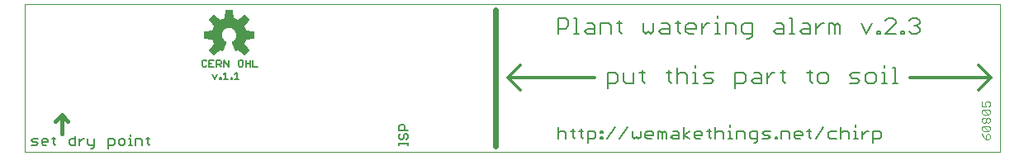
<source format=gto>
G75*
G70*
%OFA0B0*%
%FSLAX24Y24*%
%IPPOS*%
%LPD*%
%AMOC8*
5,1,8,0,0,1.08239X$1,22.5*
%
%ADD10C,0.0000*%
%ADD11C,0.0080*%
%ADD12C,0.0240*%
%ADD13C,0.0120*%
%ADD14C,0.0070*%
%ADD15C,0.0060*%
%ADD16C,0.0160*%
%ADD17C,0.0050*%
%ADD18C,0.0002*%
%ADD19C,0.0040*%
D10*
X000151Y001048D02*
X000151Y007044D01*
X039533Y007044D01*
X039533Y001048D01*
X000151Y001048D01*
D11*
X021691Y005838D02*
X021691Y006459D01*
X022001Y006459D01*
X022105Y006355D01*
X022105Y006148D01*
X022001Y006045D01*
X021691Y006045D01*
X022336Y005838D02*
X022543Y005838D01*
X022439Y005838D02*
X022439Y006459D01*
X022336Y006459D01*
X022869Y006252D02*
X023076Y006252D01*
X023179Y006148D01*
X023179Y005838D01*
X022869Y005838D01*
X022765Y005942D01*
X022869Y006045D01*
X023179Y006045D01*
X023410Y005838D02*
X023410Y006252D01*
X023720Y006252D01*
X023824Y006148D01*
X023824Y005838D01*
X024158Y005942D02*
X024261Y005838D01*
X024158Y005942D02*
X024158Y006355D01*
X024261Y006252D02*
X024054Y006252D01*
X025129Y006252D02*
X025129Y005942D01*
X025232Y005838D01*
X025335Y005942D01*
X025439Y005838D01*
X025542Y005942D01*
X025542Y006252D01*
X025877Y006252D02*
X026083Y006252D01*
X026187Y006148D01*
X026187Y005838D01*
X025877Y005838D01*
X025773Y005942D01*
X025877Y006045D01*
X026187Y006045D01*
X026521Y005942D02*
X026625Y005838D01*
X026521Y005942D02*
X026521Y006355D01*
X026418Y006252D02*
X026625Y006252D01*
X026847Y006148D02*
X026951Y006252D01*
X027158Y006252D01*
X027261Y006148D01*
X027261Y006045D01*
X026847Y006045D01*
X026847Y005942D02*
X026847Y006148D01*
X027492Y006045D02*
X027699Y006252D01*
X027802Y006252D01*
X028029Y006252D02*
X028132Y006252D01*
X028132Y005838D01*
X028029Y005838D02*
X028236Y005838D01*
X028459Y005838D02*
X028459Y006252D01*
X028769Y006252D01*
X028872Y006148D01*
X028872Y005838D01*
X029103Y005942D02*
X029207Y005838D01*
X029517Y005838D01*
X029517Y005735D02*
X029517Y006252D01*
X029207Y006252D01*
X029103Y006148D01*
X029103Y005942D01*
X029413Y005631D02*
X029517Y005735D01*
X029413Y005631D02*
X029310Y005631D01*
X030392Y005942D02*
X030496Y005838D01*
X030806Y005838D01*
X030806Y006148D01*
X030703Y006252D01*
X030496Y006252D01*
X031037Y006459D02*
X031140Y006459D01*
X031140Y005838D01*
X031037Y005838D02*
X031244Y005838D01*
X031466Y005942D02*
X031570Y006045D01*
X031880Y006045D01*
X032111Y006045D02*
X032318Y006252D01*
X032421Y006252D01*
X032648Y006252D02*
X032751Y006252D01*
X032855Y006148D01*
X032958Y006252D01*
X033062Y006148D01*
X033062Y005838D01*
X032855Y005838D02*
X032855Y006148D01*
X032648Y006252D02*
X032648Y005838D01*
X032111Y005838D02*
X032111Y006252D01*
X031880Y006148D02*
X031880Y005838D01*
X031570Y005838D01*
X031466Y005942D01*
X030806Y006045D02*
X030496Y006045D01*
X030392Y005942D01*
X031570Y006252D02*
X031777Y006252D01*
X031880Y006148D01*
X033937Y006252D02*
X034144Y005838D01*
X034351Y006252D01*
X034904Y006355D02*
X035007Y006459D01*
X035214Y006459D01*
X035318Y006355D01*
X035318Y006252D01*
X034904Y005838D01*
X035318Y005838D01*
X035548Y005838D02*
X035652Y005838D01*
X035652Y005942D01*
X035548Y005942D01*
X035548Y005838D01*
X035871Y005942D02*
X035974Y005838D01*
X036181Y005838D01*
X036284Y005942D01*
X036284Y006045D01*
X036181Y006148D01*
X036078Y006148D01*
X036181Y006148D02*
X036284Y006252D01*
X036284Y006355D01*
X036181Y006459D01*
X035974Y006459D01*
X035871Y006355D01*
X034685Y005942D02*
X034685Y005838D01*
X034582Y005838D01*
X034582Y005942D01*
X034685Y005942D01*
X034859Y004562D02*
X034859Y004459D01*
X035185Y004459D02*
X035289Y004459D01*
X035289Y003838D01*
X035392Y003838D02*
X035185Y003838D01*
X034962Y003838D02*
X034756Y003838D01*
X034859Y003838D02*
X034859Y004252D01*
X034756Y004252D01*
X034525Y004148D02*
X034421Y004252D01*
X034214Y004252D01*
X034111Y004148D01*
X034111Y003942D01*
X034214Y003838D01*
X034421Y003838D01*
X034525Y003942D01*
X034525Y004148D01*
X033880Y004252D02*
X033570Y004252D01*
X033466Y004148D01*
X033570Y004045D01*
X033777Y004045D01*
X033880Y003942D01*
X033777Y003838D01*
X033466Y003838D01*
X032591Y003942D02*
X032591Y004148D01*
X032488Y004252D01*
X032281Y004252D01*
X032177Y004148D01*
X032177Y003942D01*
X032281Y003838D01*
X032488Y003838D01*
X032591Y003942D01*
X031955Y003838D02*
X031851Y003942D01*
X031851Y004355D01*
X031748Y004252D02*
X031955Y004252D01*
X030880Y004252D02*
X030674Y004252D01*
X030777Y004355D02*
X030777Y003942D01*
X030880Y003838D01*
X030136Y003838D02*
X030136Y004252D01*
X030136Y004045D02*
X030343Y004252D01*
X030447Y004252D01*
X029906Y004148D02*
X029906Y003838D01*
X029595Y003838D01*
X029492Y003942D01*
X029595Y004045D01*
X029906Y004045D01*
X029906Y004148D02*
X029802Y004252D01*
X029595Y004252D01*
X029261Y004148D02*
X029261Y003942D01*
X029158Y003838D01*
X028847Y003838D01*
X027972Y003942D02*
X027869Y004045D01*
X027662Y004045D01*
X027558Y004148D01*
X027662Y004252D01*
X027972Y004252D01*
X027232Y004252D02*
X027232Y003838D01*
X027129Y003838D02*
X027335Y003838D01*
X027558Y003838D02*
X027869Y003838D01*
X027972Y003942D01*
X026898Y003838D02*
X026898Y004148D01*
X026794Y004252D01*
X026588Y004252D01*
X026484Y004148D01*
X026261Y004252D02*
X026054Y004252D01*
X026158Y004355D02*
X026158Y003942D01*
X026261Y003838D01*
X026484Y003838D02*
X026484Y004459D01*
X027129Y004252D02*
X027232Y004252D01*
X027232Y004459D02*
X027232Y004562D01*
X028847Y004252D02*
X029158Y004252D01*
X029261Y004148D01*
X028847Y004252D02*
X028847Y003631D01*
X025187Y003838D02*
X025084Y003942D01*
X025084Y004355D01*
X025187Y004252D02*
X024980Y004252D01*
X024749Y004252D02*
X024749Y003838D01*
X024439Y003838D01*
X024336Y003942D01*
X024336Y004252D01*
X024105Y004148D02*
X024105Y003942D01*
X024001Y003838D01*
X023691Y003838D01*
X023691Y003631D02*
X023691Y004252D01*
X024001Y004252D01*
X024105Y004148D01*
X026847Y005942D02*
X026951Y005838D01*
X027158Y005838D01*
X027492Y005838D02*
X027492Y006252D01*
X028132Y006459D02*
X028132Y006562D01*
D12*
X019151Y006798D02*
X019151Y001298D01*
D13*
X020151Y003548D02*
X019651Y004048D01*
X020151Y004548D01*
X019651Y004048D02*
X023151Y004048D01*
X035901Y004048D02*
X039151Y004048D01*
X038651Y003548D01*
X039151Y004048D02*
X038651Y004548D01*
D14*
X033713Y002155D02*
X033713Y002074D01*
X033713Y001910D02*
X033631Y001910D01*
X033713Y001910D02*
X033713Y001583D01*
X033631Y001583D02*
X033795Y001583D01*
X033975Y001583D02*
X033975Y001910D01*
X033975Y001747D02*
X034139Y001910D01*
X034220Y001910D01*
X034405Y001910D02*
X034650Y001910D01*
X034732Y001828D01*
X034732Y001665D01*
X034650Y001583D01*
X034405Y001583D01*
X034405Y001420D02*
X034405Y001910D01*
X033443Y001828D02*
X033443Y001583D01*
X033116Y001583D02*
X033116Y002074D01*
X033198Y001910D02*
X033361Y001910D01*
X033443Y001828D01*
X033198Y001910D02*
X033116Y001828D01*
X032927Y001910D02*
X032682Y001910D01*
X032600Y001828D01*
X032600Y001665D01*
X032682Y001583D01*
X032927Y001583D01*
X032412Y002074D02*
X032085Y001583D01*
X031904Y001583D02*
X031823Y001665D01*
X031823Y001992D01*
X031741Y001910D02*
X031904Y001910D01*
X031552Y001828D02*
X031552Y001747D01*
X031225Y001747D01*
X031225Y001828D02*
X031225Y001665D01*
X031307Y001583D01*
X031470Y001583D01*
X031037Y001583D02*
X031037Y001828D01*
X030955Y001910D01*
X030710Y001910D01*
X030710Y001583D01*
X030534Y001583D02*
X030452Y001583D01*
X030452Y001665D01*
X030534Y001665D01*
X030534Y001583D01*
X030263Y001665D02*
X030181Y001747D01*
X030018Y001747D01*
X029936Y001828D01*
X030018Y001910D01*
X030263Y001910D01*
X029747Y001910D02*
X029502Y001910D01*
X029421Y001828D01*
X029421Y001665D01*
X029502Y001583D01*
X029747Y001583D01*
X029747Y001501D02*
X029747Y001910D01*
X029232Y001828D02*
X029232Y001583D01*
X028905Y001583D02*
X028905Y001910D01*
X029150Y001910D01*
X029232Y001828D01*
X028643Y001910D02*
X028643Y001583D01*
X028561Y001583D02*
X028725Y001583D01*
X028372Y001583D02*
X028372Y001828D01*
X028291Y001910D01*
X028127Y001910D01*
X028046Y001828D01*
X027865Y001910D02*
X027702Y001910D01*
X027784Y001992D02*
X027784Y001665D01*
X027865Y001583D01*
X028046Y001583D02*
X028046Y002074D01*
X028561Y001910D02*
X028643Y001910D01*
X028643Y002074D02*
X028643Y002155D01*
X027513Y001828D02*
X027431Y001910D01*
X027268Y001910D01*
X027186Y001828D01*
X027186Y001665D01*
X027268Y001583D01*
X027431Y001583D01*
X027002Y001583D02*
X026756Y001747D01*
X027002Y001910D01*
X026568Y001828D02*
X026568Y001583D01*
X026323Y001583D01*
X026241Y001665D01*
X026323Y001747D01*
X026568Y001747D01*
X026568Y001828D02*
X026486Y001910D01*
X026323Y001910D01*
X026052Y001828D02*
X026052Y001583D01*
X025889Y001583D02*
X025889Y001828D01*
X025970Y001910D01*
X026052Y001828D01*
X025889Y001828D02*
X025807Y001910D01*
X025725Y001910D01*
X025725Y001583D01*
X025455Y001583D02*
X025291Y001583D01*
X025210Y001665D01*
X025210Y001828D01*
X025291Y001910D01*
X025455Y001910D01*
X025537Y001828D01*
X025537Y001747D01*
X025210Y001747D01*
X025021Y001665D02*
X025021Y001910D01*
X024694Y001910D02*
X024694Y001665D01*
X024776Y001583D01*
X024857Y001665D01*
X024939Y001583D01*
X025021Y001665D01*
X024505Y002074D02*
X024178Y001583D01*
X023663Y001583D02*
X023990Y002074D01*
X023487Y001910D02*
X023487Y001828D01*
X023405Y001828D01*
X023405Y001910D01*
X023487Y001910D01*
X023216Y001828D02*
X023216Y001665D01*
X023134Y001583D01*
X022889Y001583D01*
X022709Y001583D02*
X022627Y001665D01*
X022627Y001992D01*
X022546Y001910D02*
X022709Y001910D01*
X022889Y001910D02*
X023134Y001910D01*
X023216Y001828D01*
X022889Y001910D02*
X022889Y001420D01*
X023405Y001583D02*
X023405Y001665D01*
X023487Y001665D01*
X023487Y001583D01*
X023405Y001583D01*
X022365Y001583D02*
X022284Y001665D01*
X022284Y001992D01*
X022202Y001910D02*
X022365Y001910D01*
X022013Y001828D02*
X022013Y001583D01*
X021686Y001583D02*
X021686Y002074D01*
X021768Y001910D02*
X021931Y001910D01*
X022013Y001828D01*
X021768Y001910D02*
X021686Y001828D01*
X026756Y001583D02*
X026756Y002074D01*
X027513Y001828D02*
X027513Y001747D01*
X027186Y001747D01*
X029584Y001420D02*
X029666Y001420D01*
X029747Y001501D01*
X029936Y001583D02*
X030181Y001583D01*
X030263Y001665D01*
X031225Y001828D02*
X031307Y001910D01*
X031470Y001910D01*
X031552Y001828D01*
X005190Y001587D02*
X005063Y001587D01*
X005126Y001650D02*
X005126Y001397D01*
X005190Y001333D01*
X004902Y001333D02*
X004902Y001523D01*
X004839Y001587D01*
X004649Y001587D01*
X004649Y001333D01*
X004499Y001333D02*
X004372Y001333D01*
X004436Y001333D02*
X004436Y001587D01*
X004372Y001587D01*
X004436Y001714D02*
X004436Y001777D01*
X004212Y001523D02*
X004148Y001587D01*
X004021Y001587D01*
X003958Y001523D01*
X003958Y001397D01*
X004021Y001333D01*
X004148Y001333D01*
X004212Y001397D01*
X004212Y001523D01*
X003797Y001523D02*
X003734Y001587D01*
X003544Y001587D01*
X003544Y001206D01*
X002969Y001270D02*
X002905Y001206D01*
X002842Y001206D01*
X002969Y001270D02*
X002969Y001587D01*
X002715Y001587D02*
X002715Y001397D01*
X002778Y001333D01*
X002969Y001333D01*
X003544Y001333D02*
X003734Y001333D01*
X003797Y001397D01*
X003797Y001523D01*
X002560Y001587D02*
X002496Y001587D01*
X002370Y001460D01*
X002370Y001333D02*
X002370Y001587D01*
X002209Y001587D02*
X002019Y001587D01*
X001955Y001523D01*
X001955Y001397D01*
X002019Y001333D01*
X002209Y001333D01*
X002209Y001714D01*
X001392Y001587D02*
X001265Y001587D01*
X001328Y001650D02*
X001328Y001397D01*
X001392Y001333D01*
X001104Y001460D02*
X000851Y001460D01*
X000851Y001397D02*
X000851Y001523D01*
X000914Y001587D01*
X001041Y001587D01*
X001104Y001523D01*
X001104Y001460D01*
X001041Y001333D02*
X000914Y001333D01*
X000851Y001397D01*
X000690Y001397D02*
X000626Y001460D01*
X000500Y001460D01*
X000436Y001523D01*
X000500Y001587D01*
X000690Y001587D01*
X000690Y001397D02*
X000626Y001333D01*
X000436Y001333D01*
D15*
X015281Y001328D02*
X015281Y001442D01*
X015281Y001385D02*
X015621Y001385D01*
X015621Y001328D02*
X015621Y001442D01*
X015564Y001574D02*
X015621Y001630D01*
X015621Y001744D01*
X015564Y001801D01*
X015508Y001801D01*
X015451Y001744D01*
X015451Y001630D01*
X015394Y001574D01*
X015338Y001574D01*
X015281Y001630D01*
X015281Y001744D01*
X015338Y001801D01*
X015281Y001942D02*
X015281Y002112D01*
X015338Y002169D01*
X015451Y002169D01*
X015508Y002112D01*
X015508Y001942D01*
X015621Y001942D02*
X015281Y001942D01*
D16*
X001901Y002298D02*
X001651Y002548D01*
X001401Y002298D01*
X001651Y002548D02*
X001651Y001798D01*
D17*
X007748Y004183D02*
X007838Y004003D01*
X007928Y004183D01*
X008190Y004183D02*
X008280Y004273D01*
X008280Y004003D01*
X008190Y004003D02*
X008370Y004003D01*
X008484Y004003D02*
X008529Y004003D01*
X008529Y004048D01*
X008484Y004048D01*
X008484Y004003D01*
X008632Y004003D02*
X008812Y004003D01*
X008722Y004003D02*
X008722Y004273D01*
X008632Y004183D01*
X008087Y004048D02*
X008087Y004003D01*
X008042Y004003D01*
X008042Y004048D01*
X008087Y004048D01*
X008088Y004503D02*
X007998Y004593D01*
X008043Y004593D02*
X007908Y004593D01*
X007908Y004503D02*
X007908Y004773D01*
X008043Y004773D01*
X008088Y004728D01*
X008088Y004638D01*
X008043Y004593D01*
X008203Y004503D02*
X008203Y004773D01*
X008383Y004503D01*
X008383Y004773D01*
X008792Y004728D02*
X008792Y004548D01*
X008837Y004503D01*
X008927Y004503D01*
X008972Y004548D01*
X008972Y004728D01*
X008927Y004773D01*
X008837Y004773D01*
X008792Y004728D01*
X009087Y004773D02*
X009087Y004503D01*
X009087Y004638D02*
X009267Y004638D01*
X009267Y004773D02*
X009267Y004503D01*
X009381Y004503D02*
X009562Y004503D01*
X009381Y004503D02*
X009381Y004773D01*
X007794Y004773D02*
X007614Y004773D01*
X007614Y004503D01*
X007794Y004503D01*
X007704Y004638D02*
X007614Y004638D01*
X007499Y004548D02*
X007454Y004503D01*
X007364Y004503D01*
X007319Y004548D01*
X007319Y004728D01*
X007364Y004773D01*
X007454Y004773D01*
X007499Y004728D01*
D18*
X007786Y005010D02*
X008037Y005215D01*
X008138Y005163D01*
X008282Y005509D01*
X008281Y005509D02*
X007779Y005509D01*
X007779Y005510D02*
X008280Y005510D01*
X008282Y005509D02*
X008228Y005538D01*
X008180Y005577D01*
X008141Y005625D01*
X007737Y005625D01*
X007737Y005626D02*
X008141Y005626D01*
X008140Y005627D02*
X007737Y005627D01*
X007736Y005628D02*
X008140Y005628D01*
X008139Y005629D02*
X007736Y005629D01*
X007736Y005630D02*
X008138Y005630D01*
X008138Y005631D02*
X007735Y005631D01*
X007735Y005632D02*
X008137Y005632D01*
X008137Y005633D02*
X007735Y005633D01*
X007734Y005634D02*
X008136Y005634D01*
X008136Y005635D02*
X007734Y005635D01*
X007734Y005636D02*
X008135Y005636D01*
X008135Y005637D02*
X007733Y005637D01*
X007733Y005638D02*
X008134Y005638D01*
X008134Y005639D02*
X007733Y005639D01*
X007732Y005640D02*
X008133Y005640D01*
X008132Y005641D02*
X007732Y005641D01*
X007732Y005642D02*
X008132Y005642D01*
X008131Y005643D02*
X007731Y005643D01*
X007731Y005644D02*
X007409Y005676D01*
X007409Y005920D01*
X007731Y005953D01*
X007409Y005920D01*
X007409Y005676D01*
X007731Y005644D01*
X007766Y005535D01*
X007818Y005434D01*
X007613Y005183D01*
X007997Y005183D01*
X007998Y005184D02*
X007614Y005184D01*
X007615Y005185D02*
X007999Y005185D01*
X008001Y005186D02*
X007616Y005186D01*
X007617Y005187D02*
X008002Y005187D01*
X008003Y005188D02*
X007617Y005188D01*
X007618Y005189D02*
X008004Y005189D01*
X008006Y005190D02*
X007619Y005190D01*
X007620Y005191D02*
X008007Y005191D01*
X008008Y005192D02*
X007621Y005192D01*
X007622Y005193D02*
X008009Y005193D01*
X008011Y005194D02*
X007622Y005194D01*
X007623Y005195D02*
X008012Y005195D01*
X008013Y005196D02*
X007624Y005196D01*
X007625Y005197D02*
X008014Y005197D01*
X008016Y005198D02*
X007626Y005198D01*
X007627Y005199D02*
X008017Y005199D01*
X008018Y005200D02*
X007627Y005200D01*
X007628Y005201D02*
X008019Y005201D01*
X008021Y005202D02*
X007629Y005202D01*
X007630Y005203D02*
X008022Y005203D01*
X008023Y005204D02*
X007631Y005204D01*
X007632Y005205D02*
X008025Y005205D01*
X008026Y005206D02*
X007632Y005206D01*
X007633Y005207D02*
X008027Y005207D01*
X008028Y005208D02*
X007634Y005208D01*
X007635Y005209D02*
X008030Y005209D01*
X008031Y005210D02*
X007636Y005210D01*
X007637Y005211D02*
X008032Y005211D01*
X008033Y005212D02*
X007637Y005212D01*
X007638Y005213D02*
X008035Y005213D01*
X008036Y005214D02*
X007639Y005214D01*
X007640Y005215D02*
X008160Y005215D01*
X008159Y005214D02*
X008038Y005214D01*
X008037Y005215D02*
X007786Y005010D01*
X007613Y005183D01*
X007786Y005010D01*
X007785Y005011D02*
X007786Y005011D01*
X007787Y005012D02*
X007784Y005012D01*
X007783Y005013D02*
X007789Y005013D01*
X007790Y005014D02*
X007782Y005014D01*
X007781Y005015D02*
X007791Y005015D01*
X007792Y005016D02*
X007780Y005016D01*
X007779Y005017D02*
X007794Y005017D01*
X007795Y005018D02*
X007778Y005018D01*
X007777Y005019D02*
X007796Y005019D01*
X007797Y005020D02*
X007776Y005020D01*
X007775Y005021D02*
X007799Y005021D01*
X007800Y005022D02*
X007774Y005022D01*
X007773Y005023D02*
X007801Y005023D01*
X007802Y005024D02*
X007772Y005024D01*
X007771Y005025D02*
X007804Y005025D01*
X007805Y005026D02*
X007770Y005026D01*
X007769Y005027D02*
X007806Y005027D01*
X007807Y005028D02*
X007768Y005028D01*
X007767Y005029D02*
X007809Y005029D01*
X007810Y005030D02*
X007766Y005030D01*
X007765Y005031D02*
X007811Y005031D01*
X007812Y005032D02*
X007764Y005032D01*
X007763Y005033D02*
X007814Y005033D01*
X007815Y005034D02*
X007762Y005034D01*
X007761Y005035D02*
X007816Y005035D01*
X007817Y005036D02*
X007759Y005036D01*
X007758Y005037D02*
X007819Y005037D01*
X007820Y005038D02*
X007757Y005038D01*
X007756Y005039D02*
X007821Y005039D01*
X007822Y005040D02*
X007755Y005040D01*
X007754Y005041D02*
X007824Y005041D01*
X007825Y005042D02*
X007753Y005042D01*
X007752Y005043D02*
X007826Y005043D01*
X007827Y005044D02*
X007751Y005044D01*
X007750Y005045D02*
X007829Y005045D01*
X007830Y005046D02*
X007749Y005046D01*
X007748Y005047D02*
X007831Y005047D01*
X007832Y005049D02*
X007747Y005049D01*
X007746Y005050D02*
X007834Y005050D01*
X007835Y005051D02*
X007745Y005051D01*
X007744Y005052D02*
X007836Y005052D01*
X007837Y005053D02*
X007743Y005053D01*
X007742Y005054D02*
X007839Y005054D01*
X007840Y005055D02*
X007741Y005055D01*
X007740Y005056D02*
X007841Y005056D01*
X007843Y005057D02*
X007739Y005057D01*
X007738Y005058D02*
X007844Y005058D01*
X007845Y005059D02*
X007737Y005059D01*
X007736Y005060D02*
X007846Y005060D01*
X007848Y005061D02*
X007735Y005061D01*
X007734Y005062D02*
X007849Y005062D01*
X007850Y005063D02*
X007733Y005063D01*
X007732Y005064D02*
X007851Y005064D01*
X007853Y005065D02*
X007731Y005065D01*
X007730Y005066D02*
X007854Y005066D01*
X007855Y005067D02*
X007729Y005067D01*
X007728Y005068D02*
X007856Y005068D01*
X007858Y005069D02*
X007727Y005069D01*
X007726Y005070D02*
X007859Y005070D01*
X007860Y005071D02*
X007725Y005071D01*
X007724Y005072D02*
X007861Y005072D01*
X007863Y005073D02*
X007723Y005073D01*
X007722Y005074D02*
X007864Y005074D01*
X007865Y005075D02*
X007721Y005075D01*
X007720Y005076D02*
X007866Y005076D01*
X007868Y005077D02*
X007719Y005077D01*
X007718Y005078D02*
X007869Y005078D01*
X007870Y005079D02*
X007716Y005079D01*
X007715Y005080D02*
X007871Y005080D01*
X007873Y005081D02*
X007714Y005081D01*
X007713Y005082D02*
X007874Y005082D01*
X007875Y005083D02*
X007712Y005083D01*
X007711Y005084D02*
X007876Y005084D01*
X007878Y005085D02*
X007710Y005085D01*
X007709Y005086D02*
X007879Y005086D01*
X007880Y005087D02*
X007708Y005087D01*
X007707Y005088D02*
X007881Y005088D01*
X007883Y005089D02*
X007706Y005089D01*
X007705Y005090D02*
X007884Y005090D01*
X007885Y005091D02*
X007704Y005091D01*
X007703Y005093D02*
X007886Y005093D01*
X007888Y005094D02*
X007702Y005094D01*
X007701Y005095D02*
X007889Y005095D01*
X007890Y005096D02*
X007700Y005096D01*
X007699Y005097D02*
X007891Y005097D01*
X007893Y005098D02*
X007698Y005098D01*
X007697Y005099D02*
X007894Y005099D01*
X007895Y005100D02*
X007696Y005100D01*
X007695Y005101D02*
X007896Y005101D01*
X007898Y005102D02*
X007694Y005102D01*
X007693Y005103D02*
X007899Y005103D01*
X007900Y005104D02*
X007692Y005104D01*
X007691Y005105D02*
X007901Y005105D01*
X007903Y005106D02*
X007690Y005106D01*
X007689Y005107D02*
X007904Y005107D01*
X007905Y005108D02*
X007688Y005108D01*
X007687Y005109D02*
X007907Y005109D01*
X007908Y005110D02*
X007686Y005110D01*
X007685Y005111D02*
X007909Y005111D01*
X007910Y005112D02*
X007684Y005112D01*
X007683Y005113D02*
X007912Y005113D01*
X007913Y005114D02*
X007682Y005114D01*
X007681Y005115D02*
X007914Y005115D01*
X007915Y005116D02*
X007680Y005116D01*
X007679Y005117D02*
X007917Y005117D01*
X007918Y005118D02*
X007678Y005118D01*
X007677Y005119D02*
X007919Y005119D01*
X007920Y005120D02*
X007676Y005120D01*
X007675Y005121D02*
X007922Y005121D01*
X007923Y005122D02*
X007674Y005122D01*
X007672Y005123D02*
X007924Y005123D01*
X007925Y005124D02*
X007671Y005124D01*
X007670Y005125D02*
X007927Y005125D01*
X007928Y005126D02*
X007669Y005126D01*
X007668Y005127D02*
X007929Y005127D01*
X007930Y005128D02*
X007667Y005128D01*
X007666Y005129D02*
X007932Y005129D01*
X007933Y005130D02*
X007665Y005130D01*
X007664Y005131D02*
X007934Y005131D01*
X007935Y005132D02*
X007663Y005132D01*
X007662Y005133D02*
X007937Y005133D01*
X007938Y005134D02*
X007661Y005134D01*
X007660Y005136D02*
X007939Y005136D01*
X007940Y005137D02*
X007659Y005137D01*
X007658Y005138D02*
X007942Y005138D01*
X007943Y005139D02*
X007657Y005139D01*
X007656Y005140D02*
X007944Y005140D01*
X007945Y005141D02*
X007655Y005141D01*
X007654Y005142D02*
X007947Y005142D01*
X007948Y005143D02*
X007653Y005143D01*
X007652Y005144D02*
X007949Y005144D01*
X007950Y005145D02*
X007651Y005145D01*
X007650Y005146D02*
X007952Y005146D01*
X007953Y005147D02*
X007649Y005147D01*
X007648Y005148D02*
X007954Y005148D01*
X007955Y005149D02*
X007647Y005149D01*
X007646Y005150D02*
X007957Y005150D01*
X007958Y005151D02*
X007645Y005151D01*
X007644Y005152D02*
X007959Y005152D01*
X007961Y005153D02*
X007643Y005153D01*
X007642Y005154D02*
X007962Y005154D01*
X007963Y005155D02*
X007641Y005155D01*
X007640Y005156D02*
X007964Y005156D01*
X007966Y005157D02*
X007639Y005157D01*
X007638Y005158D02*
X007967Y005158D01*
X007968Y005159D02*
X007637Y005159D01*
X007636Y005160D02*
X007969Y005160D01*
X007971Y005161D02*
X007635Y005161D01*
X007634Y005162D02*
X007972Y005162D01*
X007973Y005163D02*
X007633Y005163D01*
X007632Y005164D02*
X007974Y005164D01*
X007976Y005165D02*
X007631Y005165D01*
X007629Y005166D02*
X007977Y005166D01*
X007978Y005167D02*
X007628Y005167D01*
X007627Y005168D02*
X007979Y005168D01*
X007981Y005169D02*
X007626Y005169D01*
X007625Y005170D02*
X007982Y005170D01*
X007983Y005171D02*
X007624Y005171D01*
X007623Y005172D02*
X007984Y005172D01*
X007986Y005173D02*
X007622Y005173D01*
X007621Y005174D02*
X007987Y005174D01*
X007988Y005175D02*
X007620Y005175D01*
X007619Y005176D02*
X007989Y005176D01*
X007991Y005177D02*
X007618Y005177D01*
X007617Y005179D02*
X007992Y005179D01*
X007993Y005180D02*
X007616Y005180D01*
X007615Y005181D02*
X007994Y005181D01*
X007996Y005182D02*
X007614Y005182D01*
X007613Y005183D02*
X007818Y005434D01*
X008250Y005434D01*
X008250Y005433D02*
X007818Y005433D01*
X007817Y005432D02*
X008250Y005432D01*
X008249Y005431D02*
X007816Y005431D01*
X007815Y005430D02*
X008249Y005430D01*
X008248Y005429D02*
X007814Y005429D01*
X007814Y005428D02*
X008248Y005428D01*
X008248Y005427D02*
X007813Y005427D01*
X007812Y005426D02*
X008247Y005426D01*
X008247Y005425D02*
X007811Y005425D01*
X007810Y005424D02*
X008246Y005424D01*
X008246Y005423D02*
X007809Y005423D01*
X007809Y005422D02*
X008245Y005422D01*
X008245Y005421D02*
X007808Y005421D01*
X007807Y005420D02*
X008245Y005420D01*
X008244Y005419D02*
X007806Y005419D01*
X007805Y005418D02*
X008244Y005418D01*
X008243Y005417D02*
X007804Y005417D01*
X007804Y005416D02*
X008243Y005416D01*
X008242Y005415D02*
X007803Y005415D01*
X007802Y005414D02*
X008242Y005414D01*
X008242Y005413D02*
X007801Y005413D01*
X007800Y005412D02*
X008241Y005412D01*
X008241Y005411D02*
X007799Y005411D01*
X007799Y005410D02*
X008240Y005410D01*
X008240Y005409D02*
X007798Y005409D01*
X007797Y005408D02*
X008239Y005408D01*
X008239Y005407D02*
X007796Y005407D01*
X007795Y005406D02*
X008239Y005406D01*
X008238Y005405D02*
X007794Y005405D01*
X007794Y005404D02*
X008238Y005404D01*
X008237Y005403D02*
X007793Y005403D01*
X007792Y005402D02*
X008237Y005402D01*
X008236Y005401D02*
X007791Y005401D01*
X007790Y005400D02*
X008236Y005400D01*
X008236Y005399D02*
X007789Y005399D01*
X007789Y005398D02*
X008235Y005398D01*
X008235Y005397D02*
X007788Y005397D01*
X007787Y005396D02*
X008234Y005396D01*
X008234Y005394D02*
X007786Y005394D01*
X007785Y005393D02*
X008234Y005393D01*
X008233Y005392D02*
X007784Y005392D01*
X007784Y005391D02*
X008233Y005391D01*
X008232Y005390D02*
X007783Y005390D01*
X007782Y005389D02*
X008232Y005389D01*
X008231Y005388D02*
X007781Y005388D01*
X007780Y005387D02*
X008231Y005387D01*
X008231Y005386D02*
X007779Y005386D01*
X007779Y005385D02*
X008230Y005385D01*
X008230Y005384D02*
X007778Y005384D01*
X007777Y005383D02*
X008229Y005383D01*
X008229Y005382D02*
X007776Y005382D01*
X007775Y005381D02*
X008228Y005381D01*
X008228Y005380D02*
X007774Y005380D01*
X007774Y005379D02*
X008228Y005379D01*
X008227Y005378D02*
X007773Y005378D01*
X007772Y005377D02*
X008227Y005377D01*
X008226Y005376D02*
X007771Y005376D01*
X007770Y005375D02*
X008226Y005375D01*
X008225Y005374D02*
X007769Y005374D01*
X007769Y005373D02*
X008225Y005373D01*
X008225Y005372D02*
X007768Y005372D01*
X007767Y005371D02*
X008224Y005371D01*
X008224Y005370D02*
X007766Y005370D01*
X007765Y005369D02*
X008223Y005369D01*
X008223Y005368D02*
X007764Y005368D01*
X007764Y005367D02*
X008222Y005367D01*
X008222Y005366D02*
X007763Y005366D01*
X007762Y005365D02*
X008222Y005365D01*
X008221Y005364D02*
X007761Y005364D01*
X007760Y005363D02*
X008221Y005363D01*
X008220Y005362D02*
X007759Y005362D01*
X007759Y005361D02*
X008220Y005361D01*
X008220Y005360D02*
X007758Y005360D01*
X007757Y005359D02*
X008219Y005359D01*
X008219Y005358D02*
X007756Y005358D01*
X007755Y005357D02*
X008218Y005357D01*
X008218Y005356D02*
X007754Y005356D01*
X007754Y005355D02*
X008217Y005355D01*
X008217Y005354D02*
X007753Y005354D01*
X007752Y005353D02*
X008217Y005353D01*
X008216Y005351D02*
X007751Y005351D01*
X007750Y005350D02*
X008216Y005350D01*
X008215Y005349D02*
X007749Y005349D01*
X007749Y005348D02*
X008215Y005348D01*
X008214Y005347D02*
X007748Y005347D01*
X007747Y005346D02*
X008214Y005346D01*
X008214Y005345D02*
X007746Y005345D01*
X007745Y005344D02*
X008213Y005344D01*
X008213Y005343D02*
X007744Y005343D01*
X007744Y005342D02*
X008212Y005342D01*
X008212Y005341D02*
X007743Y005341D01*
X007742Y005340D02*
X008211Y005340D01*
X008211Y005339D02*
X007741Y005339D01*
X007740Y005338D02*
X008211Y005338D01*
X008210Y005337D02*
X007739Y005337D01*
X007738Y005336D02*
X008210Y005336D01*
X008209Y005335D02*
X007738Y005335D01*
X007737Y005334D02*
X008209Y005334D01*
X008209Y005333D02*
X007736Y005333D01*
X007735Y005332D02*
X008208Y005332D01*
X008208Y005331D02*
X007734Y005331D01*
X007733Y005330D02*
X008207Y005330D01*
X008207Y005329D02*
X007733Y005329D01*
X007732Y005328D02*
X008206Y005328D01*
X008206Y005327D02*
X007731Y005327D01*
X007730Y005326D02*
X008206Y005326D01*
X008205Y005325D02*
X007729Y005325D01*
X007728Y005324D02*
X008205Y005324D01*
X008204Y005323D02*
X007728Y005323D01*
X007727Y005322D02*
X008204Y005322D01*
X008203Y005321D02*
X007726Y005321D01*
X007725Y005320D02*
X008203Y005320D01*
X008203Y005319D02*
X007724Y005319D01*
X007723Y005318D02*
X008202Y005318D01*
X008202Y005317D02*
X007723Y005317D01*
X007722Y005316D02*
X008201Y005316D01*
X008201Y005315D02*
X007721Y005315D01*
X007720Y005314D02*
X008200Y005314D01*
X008200Y005313D02*
X007719Y005313D01*
X007718Y005312D02*
X008200Y005312D01*
X008199Y005311D02*
X007718Y005311D01*
X007717Y005310D02*
X008199Y005310D01*
X008198Y005309D02*
X007716Y005309D01*
X007715Y005307D02*
X008198Y005307D01*
X008197Y005306D02*
X007714Y005306D01*
X007713Y005305D02*
X008197Y005305D01*
X008197Y005304D02*
X007713Y005304D01*
X007712Y005303D02*
X008196Y005303D01*
X008196Y005302D02*
X007711Y005302D01*
X007710Y005301D02*
X008195Y005301D01*
X008195Y005300D02*
X007709Y005300D01*
X007708Y005299D02*
X008194Y005299D01*
X008194Y005298D02*
X007708Y005298D01*
X007707Y005297D02*
X008194Y005297D01*
X008193Y005296D02*
X007706Y005296D01*
X007705Y005295D02*
X008193Y005295D01*
X008192Y005294D02*
X007704Y005294D01*
X007703Y005293D02*
X008192Y005293D01*
X008192Y005292D02*
X007703Y005292D01*
X007702Y005291D02*
X008191Y005291D01*
X008191Y005290D02*
X007701Y005290D01*
X007700Y005289D02*
X008190Y005289D01*
X008190Y005288D02*
X007699Y005288D01*
X007698Y005287D02*
X008189Y005287D01*
X008189Y005286D02*
X007698Y005286D01*
X007697Y005285D02*
X008189Y005285D01*
X008188Y005284D02*
X007696Y005284D01*
X007695Y005283D02*
X008188Y005283D01*
X008187Y005282D02*
X007694Y005282D01*
X007693Y005281D02*
X008187Y005281D01*
X008186Y005280D02*
X007693Y005280D01*
X007692Y005279D02*
X008186Y005279D01*
X008186Y005278D02*
X007691Y005278D01*
X007690Y005277D02*
X008185Y005277D01*
X008185Y005276D02*
X007689Y005276D01*
X007688Y005275D02*
X008184Y005275D01*
X008184Y005274D02*
X007688Y005274D01*
X007687Y005273D02*
X008183Y005273D01*
X008183Y005272D02*
X007686Y005272D01*
X007685Y005271D02*
X008183Y005271D01*
X008182Y005270D02*
X007684Y005270D01*
X007683Y005269D02*
X008182Y005269D01*
X008181Y005268D02*
X007683Y005268D01*
X007682Y005267D02*
X008181Y005267D01*
X008181Y005266D02*
X007681Y005266D01*
X007680Y005264D02*
X008180Y005264D01*
X008180Y005263D02*
X007679Y005263D01*
X007678Y005262D02*
X008179Y005262D01*
X008179Y005261D02*
X007678Y005261D01*
X007677Y005260D02*
X008178Y005260D01*
X008178Y005259D02*
X007676Y005259D01*
X007675Y005258D02*
X008178Y005258D01*
X008177Y005257D02*
X007674Y005257D01*
X007673Y005256D02*
X008177Y005256D01*
X008176Y005255D02*
X007673Y005255D01*
X007672Y005254D02*
X008176Y005254D01*
X008175Y005253D02*
X007671Y005253D01*
X007670Y005252D02*
X008175Y005252D01*
X008175Y005251D02*
X007669Y005251D01*
X007668Y005250D02*
X008174Y005250D01*
X008174Y005249D02*
X007668Y005249D01*
X007667Y005248D02*
X008173Y005248D01*
X008173Y005247D02*
X007666Y005247D01*
X007665Y005246D02*
X008172Y005246D01*
X008172Y005245D02*
X007664Y005245D01*
X007663Y005244D02*
X008172Y005244D01*
X008171Y005243D02*
X007663Y005243D01*
X007662Y005242D02*
X008171Y005242D01*
X008170Y005241D02*
X007661Y005241D01*
X007660Y005240D02*
X008170Y005240D01*
X008169Y005239D02*
X007659Y005239D01*
X007658Y005238D02*
X008169Y005238D01*
X008169Y005237D02*
X007658Y005237D01*
X007657Y005236D02*
X008168Y005236D01*
X008168Y005235D02*
X007656Y005235D01*
X007655Y005234D02*
X008167Y005234D01*
X008167Y005233D02*
X007654Y005233D01*
X007653Y005232D02*
X008167Y005232D01*
X008166Y005231D02*
X007653Y005231D01*
X007652Y005230D02*
X008166Y005230D01*
X008165Y005229D02*
X007651Y005229D01*
X007650Y005228D02*
X008165Y005228D01*
X008164Y005227D02*
X007649Y005227D01*
X007648Y005226D02*
X008164Y005226D01*
X008164Y005225D02*
X007647Y005225D01*
X007647Y005224D02*
X008163Y005224D01*
X008163Y005223D02*
X007646Y005223D01*
X007645Y005221D02*
X008162Y005221D01*
X008162Y005220D02*
X007644Y005220D01*
X007643Y005219D02*
X008161Y005219D01*
X008161Y005218D02*
X007642Y005218D01*
X007642Y005217D02*
X008161Y005217D01*
X008160Y005216D02*
X007641Y005216D01*
X008040Y005213D02*
X008159Y005213D01*
X008158Y005212D02*
X008042Y005212D01*
X008044Y005211D02*
X008158Y005211D01*
X008158Y005210D02*
X008046Y005210D01*
X008048Y005209D02*
X008157Y005209D01*
X008157Y005208D02*
X008050Y005208D01*
X008052Y005207D02*
X008156Y005207D01*
X008156Y005206D02*
X008054Y005206D01*
X008056Y005205D02*
X008156Y005205D01*
X008155Y005204D02*
X008058Y005204D01*
X008060Y005203D02*
X008155Y005203D01*
X008154Y005202D02*
X008062Y005202D01*
X008064Y005201D02*
X008154Y005201D01*
X008153Y005200D02*
X008066Y005200D01*
X008068Y005199D02*
X008153Y005199D01*
X008153Y005198D02*
X008070Y005198D01*
X008072Y005197D02*
X008152Y005197D01*
X008152Y005196D02*
X008074Y005196D01*
X008076Y005195D02*
X008151Y005195D01*
X008151Y005194D02*
X008078Y005194D01*
X008080Y005193D02*
X008150Y005193D01*
X008150Y005192D02*
X008082Y005192D01*
X008084Y005191D02*
X008150Y005191D01*
X008149Y005190D02*
X008086Y005190D01*
X008088Y005189D02*
X008149Y005189D01*
X008148Y005188D02*
X008090Y005188D01*
X008092Y005187D02*
X008148Y005187D01*
X008147Y005186D02*
X008094Y005186D01*
X008096Y005185D02*
X008147Y005185D01*
X008147Y005184D02*
X008098Y005184D01*
X008100Y005183D02*
X008146Y005183D01*
X008146Y005182D02*
X008102Y005182D01*
X008104Y005181D02*
X008145Y005181D01*
X008145Y005180D02*
X008106Y005180D01*
X008108Y005179D02*
X008144Y005179D01*
X008144Y005177D02*
X008110Y005177D01*
X008112Y005176D02*
X008144Y005176D01*
X008143Y005175D02*
X008114Y005175D01*
X008116Y005174D02*
X008143Y005174D01*
X008142Y005173D02*
X008118Y005173D01*
X008120Y005172D02*
X008142Y005172D01*
X008141Y005171D02*
X008122Y005171D01*
X008124Y005170D02*
X008141Y005170D01*
X008141Y005169D02*
X008126Y005169D01*
X008128Y005168D02*
X008140Y005168D01*
X008140Y005167D02*
X008130Y005167D01*
X008132Y005166D02*
X008139Y005166D01*
X008139Y005165D02*
X008134Y005165D01*
X008136Y005164D02*
X008139Y005164D01*
X008138Y005163D02*
X008138Y005163D01*
X008282Y005509D01*
X008281Y005508D02*
X007780Y005508D01*
X007780Y005507D02*
X008281Y005507D01*
X008280Y005506D02*
X007781Y005506D01*
X007781Y005505D02*
X008280Y005505D01*
X008279Y005504D02*
X007782Y005504D01*
X007783Y005503D02*
X008279Y005503D01*
X008278Y005502D02*
X007783Y005502D01*
X007784Y005501D02*
X008278Y005501D01*
X008278Y005500D02*
X007784Y005500D01*
X007785Y005499D02*
X008277Y005499D01*
X008277Y005498D02*
X007785Y005498D01*
X007786Y005497D02*
X008276Y005497D01*
X008276Y005496D02*
X007786Y005496D01*
X007787Y005495D02*
X008275Y005495D01*
X008275Y005494D02*
X007787Y005494D01*
X007788Y005493D02*
X008275Y005493D01*
X008274Y005492D02*
X007788Y005492D01*
X007789Y005491D02*
X008274Y005491D01*
X008273Y005490D02*
X007789Y005490D01*
X007790Y005489D02*
X008273Y005489D01*
X008273Y005488D02*
X007790Y005488D01*
X007791Y005487D02*
X008272Y005487D01*
X008272Y005486D02*
X007791Y005486D01*
X007792Y005485D02*
X008271Y005485D01*
X008271Y005484D02*
X007793Y005484D01*
X007793Y005483D02*
X008270Y005483D01*
X008270Y005481D02*
X007794Y005481D01*
X007794Y005480D02*
X008270Y005480D01*
X008269Y005479D02*
X007795Y005479D01*
X007795Y005478D02*
X008269Y005478D01*
X008268Y005477D02*
X007796Y005477D01*
X007796Y005476D02*
X008268Y005476D01*
X008267Y005475D02*
X007797Y005475D01*
X007797Y005474D02*
X008267Y005474D01*
X008267Y005473D02*
X007798Y005473D01*
X007798Y005472D02*
X008266Y005472D01*
X008266Y005471D02*
X007799Y005471D01*
X007799Y005470D02*
X008265Y005470D01*
X008265Y005469D02*
X007800Y005469D01*
X007800Y005468D02*
X008264Y005468D01*
X008264Y005467D02*
X007801Y005467D01*
X007801Y005466D02*
X008264Y005466D01*
X008263Y005465D02*
X007802Y005465D01*
X007803Y005464D02*
X008263Y005464D01*
X008262Y005463D02*
X007803Y005463D01*
X007804Y005462D02*
X008262Y005462D01*
X008261Y005461D02*
X007804Y005461D01*
X007805Y005460D02*
X008261Y005460D01*
X008261Y005459D02*
X007805Y005459D01*
X007806Y005458D02*
X008260Y005458D01*
X008260Y005457D02*
X007806Y005457D01*
X007807Y005456D02*
X008259Y005456D01*
X008259Y005455D02*
X007807Y005455D01*
X007808Y005454D02*
X008259Y005454D01*
X008258Y005453D02*
X007808Y005453D01*
X007809Y005452D02*
X008258Y005452D01*
X008257Y005451D02*
X007809Y005451D01*
X007810Y005450D02*
X008257Y005450D01*
X008256Y005449D02*
X007810Y005449D01*
X007811Y005448D02*
X008256Y005448D01*
X008256Y005447D02*
X007811Y005447D01*
X007812Y005446D02*
X008255Y005446D01*
X008255Y005445D02*
X007813Y005445D01*
X007813Y005444D02*
X008254Y005444D01*
X008254Y005443D02*
X007814Y005443D01*
X007814Y005442D02*
X008253Y005442D01*
X008253Y005441D02*
X007815Y005441D01*
X007815Y005440D02*
X008253Y005440D01*
X008252Y005439D02*
X007816Y005439D01*
X007816Y005437D02*
X008252Y005437D01*
X008251Y005436D02*
X007817Y005436D01*
X007817Y005435D02*
X008251Y005435D01*
X008278Y005511D02*
X007778Y005511D01*
X007778Y005512D02*
X008276Y005512D01*
X008275Y005513D02*
X007777Y005513D01*
X007777Y005514D02*
X008273Y005514D01*
X008271Y005515D02*
X007776Y005515D01*
X007776Y005516D02*
X008269Y005516D01*
X008267Y005517D02*
X007775Y005517D01*
X007775Y005518D02*
X008265Y005518D01*
X008263Y005519D02*
X007774Y005519D01*
X007774Y005520D02*
X008261Y005520D01*
X008259Y005521D02*
X007773Y005521D01*
X007772Y005522D02*
X008257Y005522D01*
X008255Y005523D02*
X007772Y005523D01*
X007771Y005524D02*
X008253Y005524D01*
X008252Y005526D02*
X007771Y005526D01*
X007770Y005527D02*
X008250Y005527D01*
X008248Y005528D02*
X007770Y005528D01*
X007769Y005529D02*
X008246Y005529D01*
X008244Y005530D02*
X007769Y005530D01*
X007768Y005531D02*
X008242Y005531D01*
X008240Y005532D02*
X007768Y005532D01*
X007767Y005533D02*
X008238Y005533D01*
X008236Y005534D02*
X007767Y005534D01*
X007766Y005535D02*
X008234Y005535D01*
X008232Y005536D02*
X007766Y005536D01*
X007765Y005537D02*
X008231Y005537D01*
X008229Y005538D02*
X007765Y005538D01*
X007765Y005539D02*
X008227Y005539D01*
X008226Y005540D02*
X007764Y005540D01*
X007764Y005541D02*
X008224Y005541D01*
X008223Y005542D02*
X007764Y005542D01*
X007763Y005543D02*
X008222Y005543D01*
X008221Y005544D02*
X007763Y005544D01*
X007763Y005545D02*
X008220Y005545D01*
X008218Y005546D02*
X007762Y005546D01*
X007762Y005547D02*
X008217Y005547D01*
X008216Y005548D02*
X007762Y005548D01*
X007761Y005549D02*
X008215Y005549D01*
X008213Y005550D02*
X007761Y005550D01*
X007761Y005551D02*
X008212Y005551D01*
X008211Y005552D02*
X007761Y005552D01*
X007760Y005553D02*
X008210Y005553D01*
X008208Y005554D02*
X007760Y005554D01*
X007760Y005555D02*
X008207Y005555D01*
X008206Y005556D02*
X007759Y005556D01*
X007759Y005557D02*
X008205Y005557D01*
X008203Y005558D02*
X007759Y005558D01*
X007758Y005559D02*
X008202Y005559D01*
X008201Y005560D02*
X007758Y005560D01*
X007758Y005561D02*
X008200Y005561D01*
X008198Y005562D02*
X007757Y005562D01*
X007757Y005563D02*
X008197Y005563D01*
X008196Y005564D02*
X007757Y005564D01*
X007756Y005565D02*
X008195Y005565D01*
X008193Y005566D02*
X007756Y005566D01*
X007756Y005567D02*
X008192Y005567D01*
X008191Y005569D02*
X007755Y005569D01*
X007755Y005570D02*
X008190Y005570D01*
X008188Y005571D02*
X007755Y005571D01*
X007754Y005572D02*
X008187Y005572D01*
X008186Y005573D02*
X007754Y005573D01*
X007754Y005574D02*
X008185Y005574D01*
X008183Y005575D02*
X007753Y005575D01*
X007753Y005576D02*
X008182Y005576D01*
X008181Y005577D02*
X007753Y005577D01*
X007752Y005578D02*
X008180Y005578D01*
X008179Y005579D02*
X007752Y005579D01*
X007752Y005580D02*
X008178Y005580D01*
X008177Y005581D02*
X007751Y005581D01*
X007751Y005582D02*
X008176Y005582D01*
X008176Y005583D02*
X007751Y005583D01*
X007750Y005584D02*
X008175Y005584D01*
X008174Y005585D02*
X007750Y005585D01*
X007750Y005586D02*
X008173Y005586D01*
X008172Y005587D02*
X007749Y005587D01*
X007749Y005588D02*
X008171Y005588D01*
X008171Y005589D02*
X007749Y005589D01*
X007748Y005590D02*
X008170Y005590D01*
X008169Y005591D02*
X007748Y005591D01*
X007748Y005592D02*
X008168Y005592D01*
X008167Y005593D02*
X007747Y005593D01*
X007747Y005594D02*
X008166Y005594D01*
X008166Y005595D02*
X007747Y005595D01*
X007746Y005596D02*
X008165Y005596D01*
X008164Y005597D02*
X007746Y005597D01*
X007746Y005598D02*
X008163Y005598D01*
X008162Y005599D02*
X007745Y005599D01*
X007745Y005600D02*
X008161Y005600D01*
X008160Y005601D02*
X007745Y005601D01*
X007744Y005602D02*
X008160Y005602D01*
X008159Y005603D02*
X007744Y005603D01*
X007744Y005604D02*
X008158Y005604D01*
X008157Y005605D02*
X007744Y005605D01*
X007743Y005606D02*
X008156Y005606D01*
X008155Y005607D02*
X007743Y005607D01*
X007743Y005608D02*
X008155Y005608D01*
X008154Y005609D02*
X007742Y005609D01*
X007742Y005610D02*
X008153Y005610D01*
X008152Y005611D02*
X007742Y005611D01*
X007741Y005613D02*
X008151Y005613D01*
X008150Y005614D02*
X007741Y005614D01*
X007741Y005615D02*
X008150Y005615D01*
X008149Y005616D02*
X007740Y005616D01*
X007740Y005617D02*
X008148Y005617D01*
X008147Y005618D02*
X007740Y005618D01*
X007739Y005619D02*
X008146Y005619D01*
X008145Y005620D02*
X007739Y005620D01*
X007739Y005621D02*
X008144Y005621D01*
X008144Y005622D02*
X007738Y005622D01*
X007738Y005623D02*
X008143Y005623D01*
X008142Y005624D02*
X007738Y005624D01*
X007724Y005644D02*
X008131Y005644D01*
X008130Y005645D02*
X007714Y005645D01*
X007704Y005646D02*
X008130Y005646D01*
X008129Y005647D02*
X007694Y005647D01*
X007684Y005648D02*
X008129Y005648D01*
X008128Y005649D02*
X007674Y005649D01*
X007664Y005650D02*
X008128Y005650D01*
X008127Y005651D02*
X007654Y005651D01*
X007644Y005652D02*
X008126Y005652D01*
X008126Y005653D02*
X007634Y005653D01*
X007624Y005654D02*
X008125Y005654D01*
X008125Y005656D02*
X007614Y005656D01*
X007603Y005657D02*
X008124Y005657D01*
X008124Y005658D02*
X007593Y005658D01*
X007583Y005659D02*
X008123Y005659D01*
X008123Y005660D02*
X007573Y005660D01*
X007563Y005661D02*
X008122Y005661D01*
X008121Y005662D02*
X007553Y005662D01*
X007543Y005663D02*
X008121Y005663D01*
X008120Y005664D02*
X007533Y005664D01*
X007523Y005665D02*
X008120Y005665D01*
X008119Y005666D02*
X007513Y005666D01*
X007503Y005667D02*
X008119Y005667D01*
X008118Y005668D02*
X007493Y005668D01*
X007483Y005669D02*
X008118Y005669D01*
X008117Y005670D02*
X007473Y005670D01*
X007462Y005671D02*
X008117Y005671D01*
X008116Y005672D02*
X007452Y005672D01*
X007442Y005673D02*
X008115Y005673D01*
X008115Y005674D02*
X007432Y005674D01*
X007422Y005675D02*
X008114Y005675D01*
X008114Y005676D02*
X007412Y005676D01*
X007409Y005677D02*
X008113Y005677D01*
X008113Y005678D02*
X007409Y005678D01*
X007409Y005679D02*
X008112Y005679D01*
X008095Y005737D01*
X008089Y005798D01*
X007409Y005798D01*
X007409Y005799D02*
X008089Y005799D01*
X008089Y005800D02*
X007409Y005800D01*
X007409Y005801D02*
X008089Y005801D01*
X008089Y005802D02*
X007409Y005802D01*
X007409Y005803D02*
X008089Y005803D01*
X008089Y005804D02*
X007409Y005804D01*
X007409Y005805D02*
X008089Y005805D01*
X008089Y005806D02*
X007409Y005806D01*
X007409Y005807D02*
X008090Y005807D01*
X008090Y005808D02*
X007409Y005808D01*
X007409Y005809D02*
X008090Y005809D01*
X008090Y005810D02*
X007409Y005810D01*
X007409Y005811D02*
X008090Y005811D01*
X008090Y005812D02*
X007409Y005812D01*
X007409Y005813D02*
X008090Y005813D01*
X008090Y005814D02*
X007409Y005814D01*
X007409Y005815D02*
X008090Y005815D01*
X008091Y005816D02*
X007409Y005816D01*
X007409Y005817D02*
X008091Y005817D01*
X008091Y005818D02*
X007409Y005818D01*
X007409Y005819D02*
X008091Y005819D01*
X008091Y005820D02*
X007409Y005820D01*
X007409Y005821D02*
X008091Y005821D01*
X008091Y005822D02*
X007409Y005822D01*
X007409Y005823D02*
X008091Y005823D01*
X008091Y005824D02*
X007409Y005824D01*
X007409Y005825D02*
X008091Y005825D01*
X008092Y005826D02*
X007409Y005826D01*
X007409Y005827D02*
X008092Y005827D01*
X008092Y005829D02*
X007409Y005829D01*
X007409Y005830D02*
X008092Y005830D01*
X008092Y005831D02*
X007409Y005831D01*
X007409Y005832D02*
X008092Y005832D01*
X008092Y005833D02*
X007409Y005833D01*
X007409Y005834D02*
X008092Y005834D01*
X008092Y005835D02*
X007409Y005835D01*
X007409Y005836D02*
X008093Y005836D01*
X008093Y005837D02*
X007409Y005837D01*
X007409Y005838D02*
X008093Y005838D01*
X008093Y005839D02*
X007409Y005839D01*
X007409Y005840D02*
X008093Y005840D01*
X008093Y005841D02*
X007409Y005841D01*
X007409Y005842D02*
X008093Y005842D01*
X008093Y005843D02*
X007409Y005843D01*
X007409Y005844D02*
X008093Y005844D01*
X008093Y005845D02*
X007409Y005845D01*
X007409Y005846D02*
X008094Y005846D01*
X008094Y005847D02*
X007409Y005847D01*
X007409Y005848D02*
X008094Y005848D01*
X008094Y005849D02*
X007409Y005849D01*
X007409Y005850D02*
X008094Y005850D01*
X008094Y005851D02*
X007409Y005851D01*
X007409Y005852D02*
X008094Y005852D01*
X008094Y005853D02*
X007409Y005853D01*
X007409Y005854D02*
X008094Y005854D01*
X008095Y005855D02*
X007409Y005855D01*
X007409Y005856D02*
X008095Y005856D01*
X008095Y005857D02*
X007409Y005857D01*
X007409Y005858D02*
X008095Y005858D01*
X008095Y005859D02*
X007409Y005859D01*
X007409Y005860D02*
X008095Y005860D01*
X008095Y005861D02*
X007409Y005861D01*
X007409Y005862D02*
X008095Y005862D01*
X008115Y005923D01*
X008146Y005979D01*
X007740Y005979D01*
X007740Y005980D02*
X008147Y005980D01*
X008146Y005979D02*
X008189Y006027D01*
X008240Y006066D01*
X008298Y006093D01*
X008360Y006108D01*
X007790Y006108D01*
X007791Y006109D02*
X008395Y006109D01*
X008425Y006110D02*
X008488Y006098D01*
X008547Y006074D01*
X008601Y006039D01*
X008646Y005993D01*
X008680Y005939D01*
X009207Y005939D01*
X009217Y005938D02*
X008681Y005938D01*
X008681Y005937D02*
X009227Y005937D01*
X009237Y005936D02*
X008681Y005936D01*
X008682Y005935D02*
X009247Y005935D01*
X009257Y005934D02*
X008682Y005934D01*
X008682Y005933D02*
X009267Y005933D01*
X009277Y005932D02*
X008683Y005932D01*
X008683Y005931D02*
X009287Y005931D01*
X009297Y005930D02*
X008684Y005930D01*
X008684Y005929D02*
X009307Y005929D01*
X009317Y005928D02*
X008684Y005928D01*
X008685Y005927D02*
X009328Y005927D01*
X009338Y005926D02*
X008685Y005926D01*
X008686Y005925D02*
X009348Y005925D01*
X009358Y005924D02*
X008686Y005924D01*
X008686Y005923D02*
X009368Y005923D01*
X009378Y005922D02*
X008687Y005922D01*
X008687Y005921D02*
X009388Y005921D01*
X009394Y005920D02*
X009071Y005953D01*
X009036Y006061D01*
X008984Y006163D01*
X009189Y006414D01*
X008806Y006414D01*
X008807Y006415D02*
X009188Y006415D01*
X009187Y006416D02*
X008808Y006416D01*
X008810Y006417D02*
X009186Y006417D01*
X009185Y006418D02*
X008811Y006418D01*
X008812Y006419D02*
X009184Y006419D01*
X009183Y006420D02*
X008813Y006420D01*
X008815Y006421D02*
X009182Y006421D01*
X009181Y006422D02*
X008816Y006422D01*
X008817Y006423D02*
X009180Y006423D01*
X009179Y006424D02*
X008818Y006424D01*
X008820Y006425D02*
X009178Y006425D01*
X009177Y006426D02*
X008821Y006426D01*
X008822Y006427D02*
X009176Y006427D01*
X009175Y006428D02*
X008823Y006428D01*
X008825Y006429D02*
X009174Y006429D01*
X009173Y006430D02*
X008826Y006430D01*
X008827Y006431D02*
X009172Y006431D01*
X009171Y006432D02*
X008828Y006432D01*
X008830Y006433D02*
X009170Y006433D01*
X009169Y006434D02*
X008831Y006434D01*
X008832Y006436D02*
X009168Y006436D01*
X009166Y006437D02*
X008833Y006437D01*
X008835Y006438D02*
X009165Y006438D01*
X009164Y006439D02*
X008836Y006439D01*
X008837Y006440D02*
X009163Y006440D01*
X009162Y006441D02*
X008838Y006441D01*
X008840Y006442D02*
X009161Y006442D01*
X009160Y006443D02*
X008841Y006443D01*
X008842Y006444D02*
X009159Y006444D01*
X009158Y006445D02*
X008843Y006445D01*
X008845Y006446D02*
X009157Y006446D01*
X009156Y006447D02*
X008846Y006447D01*
X008847Y006448D02*
X009155Y006448D01*
X009154Y006449D02*
X008848Y006449D01*
X008850Y006450D02*
X009153Y006450D01*
X009152Y006451D02*
X008851Y006451D01*
X008852Y006452D02*
X009151Y006452D01*
X009150Y006453D02*
X008853Y006453D01*
X008855Y006454D02*
X009149Y006454D01*
X009148Y006455D02*
X008856Y006455D01*
X008857Y006456D02*
X009147Y006456D01*
X009146Y006457D02*
X008858Y006457D01*
X008860Y006458D02*
X009145Y006458D01*
X009144Y006459D02*
X008861Y006459D01*
X008862Y006460D02*
X009143Y006460D01*
X009142Y006461D02*
X008864Y006461D01*
X008865Y006462D02*
X009141Y006462D01*
X009140Y006463D02*
X008866Y006463D01*
X008867Y006464D02*
X009139Y006464D01*
X009138Y006465D02*
X008869Y006465D01*
X008870Y006466D02*
X009137Y006466D01*
X009136Y006467D02*
X008871Y006467D01*
X008872Y006468D02*
X009135Y006468D01*
X009134Y006469D02*
X008874Y006469D01*
X008875Y006470D02*
X009133Y006470D01*
X009132Y006471D02*
X008876Y006471D01*
X008877Y006472D02*
X009131Y006472D01*
X009130Y006473D02*
X008879Y006473D01*
X008880Y006474D02*
X009129Y006474D01*
X009128Y006475D02*
X008881Y006475D01*
X008882Y006476D02*
X009127Y006476D01*
X009126Y006477D02*
X008884Y006477D01*
X008885Y006479D02*
X009125Y006479D01*
X009124Y006480D02*
X008886Y006480D01*
X008887Y006481D02*
X009122Y006481D01*
X009121Y006482D02*
X008889Y006482D01*
X008890Y006483D02*
X009120Y006483D01*
X009119Y006484D02*
X008891Y006484D01*
X008892Y006485D02*
X009118Y006485D01*
X009117Y006486D02*
X008894Y006486D01*
X008895Y006487D02*
X009116Y006487D01*
X009115Y006488D02*
X008896Y006488D01*
X008897Y006489D02*
X009114Y006489D01*
X009113Y006490D02*
X008899Y006490D01*
X008900Y006491D02*
X009112Y006491D01*
X009111Y006492D02*
X008901Y006492D01*
X008902Y006493D02*
X009110Y006493D01*
X009109Y006494D02*
X008904Y006494D01*
X008905Y006495D02*
X009108Y006495D01*
X009107Y006496D02*
X008906Y006496D01*
X008907Y006497D02*
X009106Y006497D01*
X009105Y006498D02*
X008909Y006498D01*
X008910Y006499D02*
X009104Y006499D01*
X009103Y006500D02*
X008911Y006500D01*
X008912Y006501D02*
X009102Y006501D01*
X009101Y006502D02*
X008914Y006502D01*
X008915Y006503D02*
X009100Y006503D01*
X009099Y006504D02*
X008916Y006504D01*
X008917Y006505D02*
X009098Y006505D01*
X009097Y006506D02*
X008919Y006506D01*
X008920Y006507D02*
X009096Y006507D01*
X009095Y006508D02*
X008921Y006508D01*
X008922Y006509D02*
X009094Y006509D01*
X009093Y006510D02*
X008924Y006510D01*
X008925Y006511D02*
X009092Y006511D01*
X009091Y006512D02*
X008926Y006512D01*
X008928Y006513D02*
X009090Y006513D01*
X009089Y006514D02*
X008929Y006514D01*
X008930Y006515D02*
X009088Y006515D01*
X009087Y006516D02*
X008931Y006516D01*
X008933Y006517D02*
X009086Y006517D01*
X009085Y006518D02*
X008934Y006518D01*
X008935Y006519D02*
X009084Y006519D01*
X009083Y006520D02*
X008936Y006520D01*
X008938Y006521D02*
X009082Y006521D01*
X009081Y006523D02*
X008939Y006523D01*
X008940Y006524D02*
X009079Y006524D01*
X009078Y006525D02*
X008941Y006525D01*
X008943Y006526D02*
X009077Y006526D01*
X009076Y006527D02*
X008944Y006527D01*
X008945Y006528D02*
X009075Y006528D01*
X009074Y006529D02*
X008946Y006529D01*
X008948Y006530D02*
X009073Y006530D01*
X009072Y006531D02*
X008949Y006531D01*
X008950Y006532D02*
X009071Y006532D01*
X009070Y006533D02*
X008951Y006533D01*
X008953Y006534D02*
X009069Y006534D01*
X009068Y006535D02*
X008954Y006535D01*
X008955Y006536D02*
X009067Y006536D01*
X009066Y006537D02*
X008956Y006537D01*
X008958Y006538D02*
X009065Y006538D01*
X009064Y006539D02*
X008959Y006539D01*
X008960Y006540D02*
X009063Y006540D01*
X009062Y006541D02*
X008961Y006541D01*
X008963Y006542D02*
X009061Y006542D01*
X009060Y006543D02*
X008964Y006543D01*
X008965Y006544D02*
X009059Y006544D01*
X009058Y006545D02*
X008966Y006545D01*
X008968Y006546D02*
X009057Y006546D01*
X009056Y006547D02*
X008969Y006547D01*
X008970Y006548D02*
X009055Y006548D01*
X009054Y006549D02*
X008971Y006549D01*
X008973Y006550D02*
X009053Y006550D01*
X009052Y006551D02*
X008974Y006551D01*
X008975Y006552D02*
X009051Y006552D01*
X009050Y006553D02*
X008976Y006553D01*
X008978Y006554D02*
X009049Y006554D01*
X009048Y006555D02*
X008979Y006555D01*
X008980Y006556D02*
X009047Y006556D01*
X009046Y006557D02*
X008981Y006557D01*
X008983Y006558D02*
X009045Y006558D01*
X009044Y006559D02*
X008984Y006559D01*
X008985Y006560D02*
X009043Y006560D01*
X009042Y006561D02*
X008986Y006561D01*
X008988Y006562D02*
X009041Y006562D01*
X009040Y006563D02*
X008989Y006563D01*
X008990Y006564D02*
X009039Y006564D01*
X009038Y006566D02*
X008992Y006566D01*
X008993Y006567D02*
X009036Y006567D01*
X009035Y006568D02*
X008994Y006568D01*
X008995Y006569D02*
X009034Y006569D01*
X009033Y006570D02*
X008997Y006570D01*
X008998Y006571D02*
X009032Y006571D01*
X009031Y006572D02*
X008999Y006572D01*
X009000Y006573D02*
X009030Y006573D01*
X009029Y006574D02*
X009002Y006574D01*
X009003Y006575D02*
X009028Y006575D01*
X009027Y006576D02*
X009004Y006576D01*
X009005Y006577D02*
X009026Y006577D01*
X009025Y006578D02*
X009007Y006578D01*
X009008Y006579D02*
X009024Y006579D01*
X009023Y006580D02*
X009009Y006580D01*
X009010Y006581D02*
X009022Y006581D01*
X009021Y006582D02*
X009012Y006582D01*
X009013Y006583D02*
X009020Y006583D01*
X009019Y006584D02*
X009014Y006584D01*
X009015Y006585D02*
X009018Y006585D01*
X009017Y006586D02*
X009017Y006586D01*
X008766Y006381D01*
X009163Y006381D01*
X009163Y006382D02*
X008767Y006382D01*
X008768Y006383D02*
X009164Y006383D01*
X009165Y006384D02*
X008769Y006384D01*
X008771Y006385D02*
X009166Y006385D01*
X009167Y006386D02*
X008772Y006386D01*
X008773Y006387D02*
X009168Y006387D01*
X009168Y006388D02*
X008774Y006388D01*
X008776Y006389D02*
X009169Y006389D01*
X009170Y006390D02*
X008777Y006390D01*
X008778Y006391D02*
X009171Y006391D01*
X009172Y006393D02*
X008779Y006393D01*
X008781Y006394D02*
X009173Y006394D01*
X009173Y006395D02*
X008782Y006395D01*
X008783Y006396D02*
X009174Y006396D01*
X009175Y006397D02*
X008784Y006397D01*
X008786Y006398D02*
X009176Y006398D01*
X009177Y006399D02*
X008787Y006399D01*
X008788Y006400D02*
X009178Y006400D01*
X009178Y006401D02*
X008789Y006401D01*
X008791Y006402D02*
X009179Y006402D01*
X009180Y006403D02*
X008792Y006403D01*
X008793Y006404D02*
X009181Y006404D01*
X009182Y006405D02*
X008794Y006405D01*
X008796Y006406D02*
X009183Y006406D01*
X009183Y006407D02*
X008797Y006407D01*
X008798Y006408D02*
X009184Y006408D01*
X009185Y006409D02*
X008799Y006409D01*
X008801Y006410D02*
X009186Y006410D01*
X009187Y006411D02*
X008802Y006411D01*
X008803Y006412D02*
X009188Y006412D01*
X009188Y006413D02*
X008804Y006413D01*
X008766Y006381D02*
X008664Y006433D01*
X008138Y006433D01*
X008037Y006381D01*
X007786Y006586D01*
X007785Y006586D01*
X007786Y006586D02*
X007613Y006414D01*
X007818Y006163D01*
X008985Y006163D01*
X008984Y006163D02*
X009189Y006414D01*
X009017Y006586D01*
X008766Y006381D01*
X008765Y006381D02*
X008037Y006381D01*
X007786Y006586D01*
X007613Y006414D01*
X007818Y006163D01*
X007766Y006061D01*
X008233Y006061D01*
X008232Y006060D02*
X007766Y006060D01*
X007766Y006061D02*
X007731Y005953D01*
X008132Y005953D01*
X008131Y005952D02*
X007727Y005952D01*
X007732Y005954D02*
X008132Y005954D01*
X008133Y005955D02*
X007732Y005955D01*
X007732Y005956D02*
X008134Y005956D01*
X008134Y005957D02*
X007733Y005957D01*
X007733Y005959D02*
X008135Y005959D01*
X008135Y005960D02*
X007733Y005960D01*
X007734Y005961D02*
X008136Y005961D01*
X008136Y005962D02*
X007734Y005962D01*
X007734Y005963D02*
X008137Y005963D01*
X008138Y005964D02*
X007735Y005964D01*
X007735Y005965D02*
X008138Y005965D01*
X008139Y005966D02*
X007735Y005966D01*
X007736Y005967D02*
X008139Y005967D01*
X008140Y005968D02*
X007736Y005968D01*
X007736Y005969D02*
X008141Y005969D01*
X008141Y005970D02*
X007737Y005970D01*
X007737Y005971D02*
X008142Y005971D01*
X008142Y005972D02*
X007737Y005972D01*
X007738Y005973D02*
X008143Y005973D01*
X008143Y005974D02*
X007738Y005974D01*
X007738Y005975D02*
X008144Y005975D01*
X008145Y005976D02*
X007739Y005976D01*
X007739Y005977D02*
X008145Y005977D01*
X008146Y005978D02*
X007739Y005978D01*
X007740Y005981D02*
X008148Y005981D01*
X008149Y005982D02*
X007741Y005982D01*
X007741Y005983D02*
X008150Y005983D01*
X008151Y005984D02*
X007741Y005984D01*
X007742Y005985D02*
X008152Y005985D01*
X008153Y005986D02*
X007742Y005986D01*
X007742Y005987D02*
X008153Y005987D01*
X008154Y005988D02*
X007743Y005988D01*
X007743Y005989D02*
X008155Y005989D01*
X008156Y005990D02*
X007743Y005990D01*
X007744Y005991D02*
X008157Y005991D01*
X008158Y005992D02*
X007744Y005992D01*
X007744Y005993D02*
X008159Y005993D01*
X008160Y005994D02*
X007745Y005994D01*
X007745Y005995D02*
X008161Y005995D01*
X008162Y005996D02*
X007745Y005996D01*
X007746Y005997D02*
X008162Y005997D01*
X008163Y005998D02*
X007746Y005998D01*
X007746Y005999D02*
X008164Y005999D01*
X008165Y006000D02*
X007747Y006000D01*
X007747Y006001D02*
X008166Y006001D01*
X008167Y006003D02*
X007747Y006003D01*
X007748Y006004D02*
X008168Y006004D01*
X008169Y006005D02*
X007748Y006005D01*
X007748Y006006D02*
X008170Y006006D01*
X008171Y006007D02*
X007749Y006007D01*
X007749Y006008D02*
X008171Y006008D01*
X008172Y006009D02*
X007749Y006009D01*
X007749Y006010D02*
X008173Y006010D01*
X008174Y006011D02*
X007750Y006011D01*
X007750Y006012D02*
X008175Y006012D01*
X008176Y006013D02*
X007750Y006013D01*
X007751Y006014D02*
X008177Y006014D01*
X008178Y006015D02*
X007751Y006015D01*
X007751Y006016D02*
X008179Y006016D01*
X008179Y006017D02*
X007752Y006017D01*
X007752Y006018D02*
X008180Y006018D01*
X008181Y006019D02*
X007752Y006019D01*
X007753Y006020D02*
X008182Y006020D01*
X008183Y006021D02*
X007753Y006021D01*
X007753Y006022D02*
X008184Y006022D01*
X008185Y006023D02*
X007754Y006023D01*
X007754Y006024D02*
X008186Y006024D01*
X008187Y006025D02*
X007754Y006025D01*
X007755Y006026D02*
X008188Y006026D01*
X008188Y006027D02*
X007755Y006027D01*
X007755Y006028D02*
X008190Y006028D01*
X008191Y006029D02*
X007756Y006029D01*
X007756Y006030D02*
X008192Y006030D01*
X008194Y006031D02*
X007756Y006031D01*
X007757Y006032D02*
X008195Y006032D01*
X008197Y006033D02*
X007757Y006033D01*
X007757Y006034D02*
X008198Y006034D01*
X008199Y006035D02*
X007758Y006035D01*
X007758Y006036D02*
X008201Y006036D01*
X008202Y006037D02*
X007758Y006037D01*
X007759Y006038D02*
X008203Y006038D01*
X008205Y006039D02*
X007759Y006039D01*
X007759Y006040D02*
X008206Y006040D01*
X008207Y006041D02*
X007760Y006041D01*
X007760Y006042D02*
X008209Y006042D01*
X008210Y006043D02*
X007760Y006043D01*
X007761Y006044D02*
X008212Y006044D01*
X008213Y006046D02*
X007761Y006046D01*
X007761Y006047D02*
X008214Y006047D01*
X008216Y006048D02*
X007762Y006048D01*
X007762Y006049D02*
X008217Y006049D01*
X008218Y006050D02*
X007762Y006050D01*
X007763Y006051D02*
X008220Y006051D01*
X008221Y006052D02*
X007763Y006052D01*
X007763Y006053D02*
X008222Y006053D01*
X008224Y006054D02*
X007764Y006054D01*
X007764Y006055D02*
X008225Y006055D01*
X008226Y006056D02*
X007764Y006056D01*
X007765Y006057D02*
X008228Y006057D01*
X008229Y006058D02*
X007765Y006058D01*
X007765Y006059D02*
X008231Y006059D01*
X008235Y006062D02*
X007766Y006062D01*
X007767Y006063D02*
X008236Y006063D01*
X008237Y006064D02*
X007767Y006064D01*
X007768Y006065D02*
X008239Y006065D01*
X008240Y006066D02*
X007768Y006066D01*
X007769Y006067D02*
X008242Y006067D01*
X008245Y006068D02*
X007769Y006068D01*
X007770Y006069D02*
X008247Y006069D01*
X008249Y006070D02*
X007771Y006070D01*
X007771Y006071D02*
X008251Y006071D01*
X008253Y006072D02*
X007772Y006072D01*
X007772Y006073D02*
X008255Y006073D01*
X008258Y006074D02*
X007773Y006074D01*
X007773Y006075D02*
X008260Y006075D01*
X008262Y006076D02*
X007774Y006076D01*
X007774Y006077D02*
X008264Y006077D01*
X008266Y006078D02*
X007775Y006078D01*
X007775Y006079D02*
X008269Y006079D01*
X008271Y006080D02*
X007776Y006080D01*
X007776Y006081D02*
X008273Y006081D01*
X008275Y006082D02*
X007777Y006082D01*
X007777Y006083D02*
X008277Y006083D01*
X008279Y006084D02*
X007778Y006084D01*
X007778Y006085D02*
X008282Y006085D01*
X008284Y006086D02*
X007779Y006086D01*
X007779Y006087D02*
X008286Y006087D01*
X008288Y006089D02*
X007780Y006089D01*
X007781Y006090D02*
X008290Y006090D01*
X008292Y006091D02*
X007781Y006091D01*
X007782Y006092D02*
X008295Y006092D01*
X008297Y006093D02*
X007782Y006093D01*
X007783Y006094D02*
X008300Y006094D01*
X008304Y006095D02*
X007783Y006095D01*
X007784Y006096D02*
X008309Y006096D01*
X008313Y006097D02*
X007784Y006097D01*
X007785Y006098D02*
X008317Y006098D01*
X008321Y006099D02*
X007785Y006099D01*
X007786Y006100D02*
X008326Y006100D01*
X008330Y006101D02*
X007786Y006101D01*
X007787Y006102D02*
X008334Y006102D01*
X008339Y006103D02*
X007787Y006103D01*
X007788Y006104D02*
X008343Y006104D01*
X008347Y006105D02*
X007788Y006105D01*
X007789Y006106D02*
X008352Y006106D01*
X008356Y006107D02*
X007790Y006107D01*
X007791Y006110D02*
X009011Y006110D01*
X009011Y006111D02*
X007792Y006111D01*
X007792Y006112D02*
X009010Y006112D01*
X009010Y006113D02*
X007793Y006113D01*
X007793Y006114D02*
X009009Y006114D01*
X009009Y006115D02*
X007794Y006115D01*
X007794Y006116D02*
X009008Y006116D01*
X009008Y006117D02*
X007795Y006117D01*
X007795Y006118D02*
X009007Y006118D01*
X009007Y006119D02*
X007796Y006119D01*
X007796Y006120D02*
X009006Y006120D01*
X009006Y006121D02*
X007797Y006121D01*
X007797Y006122D02*
X009005Y006122D01*
X009004Y006123D02*
X007798Y006123D01*
X007799Y006124D02*
X009004Y006124D01*
X009003Y006125D02*
X007799Y006125D01*
X007800Y006126D02*
X009003Y006126D01*
X009002Y006127D02*
X007800Y006127D01*
X007801Y006128D02*
X009002Y006128D01*
X009001Y006129D02*
X007801Y006129D01*
X007802Y006130D02*
X009001Y006130D01*
X009000Y006131D02*
X007802Y006131D01*
X007803Y006133D02*
X009000Y006133D01*
X008999Y006134D02*
X007803Y006134D01*
X007804Y006135D02*
X008999Y006135D01*
X008998Y006136D02*
X007804Y006136D01*
X007805Y006137D02*
X008998Y006137D01*
X008997Y006138D02*
X007805Y006138D01*
X007806Y006139D02*
X008997Y006139D01*
X008996Y006140D02*
X007806Y006140D01*
X007807Y006141D02*
X008995Y006141D01*
X008995Y006142D02*
X007807Y006142D01*
X007808Y006143D02*
X008994Y006143D01*
X008994Y006144D02*
X007809Y006144D01*
X007809Y006145D02*
X008993Y006145D01*
X008993Y006146D02*
X007810Y006146D01*
X007810Y006147D02*
X008992Y006147D01*
X008992Y006148D02*
X007811Y006148D01*
X007811Y006149D02*
X008991Y006149D01*
X008991Y006150D02*
X007812Y006150D01*
X007812Y006151D02*
X008990Y006151D01*
X008990Y006152D02*
X007813Y006152D01*
X007813Y006153D02*
X008989Y006153D01*
X008989Y006154D02*
X007814Y006154D01*
X007814Y006155D02*
X008988Y006155D01*
X008988Y006156D02*
X007815Y006156D01*
X007815Y006157D02*
X008987Y006157D01*
X008986Y006158D02*
X007816Y006158D01*
X007816Y006159D02*
X008986Y006159D01*
X008985Y006160D02*
X007817Y006160D01*
X007817Y006161D02*
X008985Y006161D01*
X008984Y006162D02*
X007818Y006162D01*
X007817Y006164D02*
X008986Y006164D01*
X008986Y006165D02*
X007816Y006165D01*
X007815Y006166D02*
X008987Y006166D01*
X008988Y006167D02*
X007814Y006167D01*
X007813Y006168D02*
X008989Y006168D01*
X008990Y006169D02*
X007813Y006169D01*
X007812Y006170D02*
X008991Y006170D01*
X008991Y006171D02*
X007811Y006171D01*
X007810Y006172D02*
X008992Y006172D01*
X008993Y006173D02*
X007809Y006173D01*
X007808Y006174D02*
X008994Y006174D01*
X008995Y006176D02*
X007808Y006176D01*
X007807Y006177D02*
X008996Y006177D01*
X008996Y006178D02*
X007806Y006178D01*
X007805Y006179D02*
X008997Y006179D01*
X008998Y006180D02*
X007804Y006180D01*
X007803Y006181D02*
X008999Y006181D01*
X009000Y006182D02*
X007803Y006182D01*
X007802Y006183D02*
X009001Y006183D01*
X009001Y006184D02*
X007801Y006184D01*
X007800Y006185D02*
X009002Y006185D01*
X009003Y006186D02*
X007799Y006186D01*
X007798Y006187D02*
X009004Y006187D01*
X009005Y006188D02*
X007798Y006188D01*
X007797Y006189D02*
X009006Y006189D01*
X009006Y006190D02*
X007796Y006190D01*
X007795Y006191D02*
X009007Y006191D01*
X009008Y006192D02*
X007794Y006192D01*
X007793Y006193D02*
X009009Y006193D01*
X009010Y006194D02*
X007793Y006194D01*
X007792Y006195D02*
X009011Y006195D01*
X009011Y006196D02*
X007791Y006196D01*
X007790Y006197D02*
X009012Y006197D01*
X009013Y006198D02*
X007789Y006198D01*
X007788Y006199D02*
X009014Y006199D01*
X009015Y006200D02*
X007788Y006200D01*
X007787Y006201D02*
X009016Y006201D01*
X009016Y006202D02*
X007786Y006202D01*
X007785Y006203D02*
X009017Y006203D01*
X009018Y006204D02*
X007784Y006204D01*
X007783Y006205D02*
X009019Y006205D01*
X009020Y006206D02*
X007782Y006206D01*
X007782Y006207D02*
X009021Y006207D01*
X009021Y006208D02*
X007781Y006208D01*
X007780Y006209D02*
X009022Y006209D01*
X009023Y006210D02*
X007779Y006210D01*
X007778Y006211D02*
X009024Y006211D01*
X009025Y006212D02*
X007777Y006212D01*
X007777Y006213D02*
X009026Y006213D01*
X009026Y006214D02*
X007776Y006214D01*
X007775Y006215D02*
X009027Y006215D01*
X009028Y006216D02*
X007774Y006216D01*
X007773Y006217D02*
X009029Y006217D01*
X009030Y006219D02*
X007772Y006219D01*
X007772Y006220D02*
X009031Y006220D01*
X009032Y006221D02*
X007771Y006221D01*
X007770Y006222D02*
X009032Y006222D01*
X009033Y006223D02*
X007769Y006223D01*
X007768Y006224D02*
X009034Y006224D01*
X009035Y006225D02*
X007767Y006225D01*
X007767Y006226D02*
X009036Y006226D01*
X009037Y006227D02*
X007766Y006227D01*
X007765Y006228D02*
X009037Y006228D01*
X009038Y006229D02*
X007764Y006229D01*
X007763Y006230D02*
X009039Y006230D01*
X009040Y006231D02*
X007762Y006231D01*
X007762Y006232D02*
X009041Y006232D01*
X009042Y006233D02*
X007761Y006233D01*
X007760Y006234D02*
X009042Y006234D01*
X009043Y006235D02*
X007759Y006235D01*
X007758Y006236D02*
X009044Y006236D01*
X009045Y006237D02*
X007757Y006237D01*
X007757Y006238D02*
X009046Y006238D01*
X009047Y006239D02*
X007756Y006239D01*
X007755Y006240D02*
X009047Y006240D01*
X009048Y006241D02*
X007754Y006241D01*
X007753Y006242D02*
X009049Y006242D01*
X009050Y006243D02*
X007752Y006243D01*
X007752Y006244D02*
X009051Y006244D01*
X009052Y006245D02*
X007751Y006245D01*
X007750Y006246D02*
X009052Y006246D01*
X009053Y006247D02*
X007749Y006247D01*
X007748Y006248D02*
X009054Y006248D01*
X009055Y006249D02*
X007747Y006249D01*
X007747Y006250D02*
X009056Y006250D01*
X009057Y006251D02*
X007746Y006251D01*
X007745Y006252D02*
X009057Y006252D01*
X009058Y006253D02*
X007744Y006253D01*
X007743Y006254D02*
X009059Y006254D01*
X009060Y006255D02*
X007742Y006255D01*
X007742Y006256D02*
X009061Y006256D01*
X009062Y006257D02*
X007741Y006257D01*
X007740Y006258D02*
X009062Y006258D01*
X009063Y006259D02*
X007739Y006259D01*
X007738Y006260D02*
X009064Y006260D01*
X009065Y006261D02*
X007737Y006261D01*
X007737Y006263D02*
X009066Y006263D01*
X009067Y006264D02*
X007736Y006264D01*
X007735Y006265D02*
X009067Y006265D01*
X009068Y006266D02*
X007734Y006266D01*
X007733Y006267D02*
X009069Y006267D01*
X009070Y006268D02*
X007732Y006268D01*
X007732Y006269D02*
X009071Y006269D01*
X009072Y006270D02*
X007731Y006270D01*
X007730Y006271D02*
X009072Y006271D01*
X009073Y006272D02*
X007729Y006272D01*
X007728Y006273D02*
X009074Y006273D01*
X009075Y006274D02*
X007727Y006274D01*
X007727Y006275D02*
X009076Y006275D01*
X009077Y006276D02*
X007726Y006276D01*
X007725Y006277D02*
X009077Y006277D01*
X009078Y006278D02*
X007724Y006278D01*
X007723Y006279D02*
X009079Y006279D01*
X009080Y006280D02*
X007722Y006280D01*
X007722Y006281D02*
X009081Y006281D01*
X009082Y006282D02*
X007721Y006282D01*
X007720Y006283D02*
X009082Y006283D01*
X009083Y006284D02*
X007719Y006284D01*
X007718Y006285D02*
X009084Y006285D01*
X009085Y006286D02*
X007717Y006286D01*
X007717Y006287D02*
X009086Y006287D01*
X009087Y006288D02*
X007716Y006288D01*
X007715Y006289D02*
X009087Y006289D01*
X009088Y006290D02*
X007714Y006290D01*
X007713Y006291D02*
X009089Y006291D01*
X009090Y006292D02*
X007712Y006292D01*
X007712Y006293D02*
X009091Y006293D01*
X009092Y006294D02*
X007711Y006294D01*
X007710Y006295D02*
X009092Y006295D01*
X009093Y006296D02*
X007709Y006296D01*
X007708Y006297D02*
X009094Y006297D01*
X009095Y006298D02*
X007707Y006298D01*
X007707Y006299D02*
X009096Y006299D01*
X009097Y006300D02*
X007706Y006300D01*
X007705Y006301D02*
X009097Y006301D01*
X009098Y006302D02*
X007704Y006302D01*
X007703Y006303D02*
X009099Y006303D01*
X009100Y006304D02*
X007702Y006304D01*
X007702Y006306D02*
X009101Y006306D01*
X009102Y006307D02*
X007701Y006307D01*
X007700Y006308D02*
X009102Y006308D01*
X009103Y006309D02*
X007699Y006309D01*
X007698Y006310D02*
X009104Y006310D01*
X009105Y006311D02*
X007697Y006311D01*
X007696Y006312D02*
X009106Y006312D01*
X009107Y006313D02*
X007696Y006313D01*
X007695Y006314D02*
X009107Y006314D01*
X009108Y006315D02*
X007694Y006315D01*
X007693Y006316D02*
X009109Y006316D01*
X009110Y006317D02*
X007692Y006317D01*
X007691Y006318D02*
X009111Y006318D01*
X009112Y006319D02*
X007691Y006319D01*
X007690Y006320D02*
X009112Y006320D01*
X009113Y006321D02*
X007689Y006321D01*
X007688Y006322D02*
X009114Y006322D01*
X009115Y006323D02*
X007687Y006323D01*
X007686Y006324D02*
X009116Y006324D01*
X009117Y006325D02*
X007686Y006325D01*
X007685Y006326D02*
X009117Y006326D01*
X009118Y006327D02*
X007684Y006327D01*
X007683Y006328D02*
X009119Y006328D01*
X009120Y006329D02*
X007682Y006329D01*
X007681Y006330D02*
X009121Y006330D01*
X009122Y006331D02*
X007681Y006331D01*
X007680Y006332D02*
X009123Y006332D01*
X009123Y006333D02*
X007679Y006333D01*
X007678Y006334D02*
X009124Y006334D01*
X009125Y006335D02*
X007677Y006335D01*
X007676Y006336D02*
X009126Y006336D01*
X009127Y006337D02*
X007676Y006337D01*
X007675Y006338D02*
X009128Y006338D01*
X009128Y006339D02*
X007674Y006339D01*
X007673Y006340D02*
X009129Y006340D01*
X009130Y006341D02*
X007672Y006341D01*
X007671Y006342D02*
X009131Y006342D01*
X009132Y006343D02*
X007671Y006343D01*
X007670Y006344D02*
X009133Y006344D01*
X009133Y006345D02*
X007669Y006345D01*
X007668Y006346D02*
X009134Y006346D01*
X009135Y006347D02*
X007667Y006347D01*
X007666Y006349D02*
X009136Y006349D01*
X009137Y006350D02*
X007666Y006350D01*
X007665Y006351D02*
X009138Y006351D01*
X009138Y006352D02*
X007664Y006352D01*
X007663Y006353D02*
X009139Y006353D01*
X009140Y006354D02*
X007662Y006354D01*
X007661Y006355D02*
X009141Y006355D01*
X009142Y006356D02*
X007661Y006356D01*
X007660Y006357D02*
X009143Y006357D01*
X009143Y006358D02*
X007659Y006358D01*
X007658Y006359D02*
X009144Y006359D01*
X009145Y006360D02*
X007657Y006360D01*
X007656Y006361D02*
X009146Y006361D01*
X009147Y006362D02*
X007656Y006362D01*
X007655Y006363D02*
X009148Y006363D01*
X009148Y006364D02*
X007654Y006364D01*
X007653Y006365D02*
X009149Y006365D01*
X009150Y006366D02*
X007652Y006366D01*
X007651Y006367D02*
X009151Y006367D01*
X009152Y006368D02*
X007651Y006368D01*
X007650Y006369D02*
X009153Y006369D01*
X009153Y006370D02*
X007649Y006370D01*
X007648Y006371D02*
X009154Y006371D01*
X009155Y006372D02*
X007647Y006372D01*
X007646Y006373D02*
X009156Y006373D01*
X009157Y006374D02*
X007646Y006374D01*
X007645Y006375D02*
X009158Y006375D01*
X009158Y006376D02*
X007644Y006376D01*
X007643Y006377D02*
X009159Y006377D01*
X009160Y006378D02*
X007642Y006378D01*
X007641Y006379D02*
X009161Y006379D01*
X009162Y006380D02*
X007641Y006380D01*
X007640Y006381D02*
X008037Y006381D01*
X008036Y006382D02*
X007639Y006382D01*
X007638Y006383D02*
X008034Y006383D01*
X008033Y006384D02*
X007637Y006384D01*
X007636Y006385D02*
X008032Y006385D01*
X008031Y006386D02*
X007636Y006386D01*
X007635Y006387D02*
X008029Y006387D01*
X008028Y006388D02*
X007634Y006388D01*
X007633Y006389D02*
X008027Y006389D01*
X008026Y006390D02*
X007632Y006390D01*
X007631Y006391D02*
X008024Y006391D01*
X008023Y006393D02*
X007631Y006393D01*
X007630Y006394D02*
X008022Y006394D01*
X008021Y006395D02*
X007629Y006395D01*
X007628Y006396D02*
X008019Y006396D01*
X008018Y006397D02*
X007627Y006397D01*
X007626Y006398D02*
X008017Y006398D01*
X008015Y006399D02*
X007626Y006399D01*
X007625Y006400D02*
X008014Y006400D01*
X008013Y006401D02*
X007624Y006401D01*
X007623Y006402D02*
X008012Y006402D01*
X008010Y006403D02*
X007622Y006403D01*
X007621Y006404D02*
X008009Y006404D01*
X008008Y006405D02*
X007621Y006405D01*
X007620Y006406D02*
X008007Y006406D01*
X008005Y006407D02*
X007619Y006407D01*
X007618Y006408D02*
X008004Y006408D01*
X008003Y006409D02*
X007617Y006409D01*
X007616Y006410D02*
X008002Y006410D01*
X008000Y006411D02*
X007616Y006411D01*
X007615Y006412D02*
X007999Y006412D01*
X007998Y006413D02*
X007614Y006413D01*
X007613Y006414D02*
X007997Y006414D01*
X007995Y006415D02*
X007614Y006415D01*
X007615Y006416D02*
X007994Y006416D01*
X007993Y006417D02*
X007616Y006417D01*
X007617Y006418D02*
X007992Y006418D01*
X007990Y006419D02*
X007618Y006419D01*
X007619Y006420D02*
X007989Y006420D01*
X007988Y006421D02*
X007621Y006421D01*
X007622Y006422D02*
X007987Y006422D01*
X007985Y006423D02*
X007623Y006423D01*
X007624Y006424D02*
X007984Y006424D01*
X007983Y006425D02*
X007625Y006425D01*
X007626Y006426D02*
X007982Y006426D01*
X007980Y006427D02*
X007627Y006427D01*
X007628Y006428D02*
X007979Y006428D01*
X007978Y006429D02*
X007629Y006429D01*
X007630Y006430D02*
X007977Y006430D01*
X007975Y006431D02*
X007631Y006431D01*
X007632Y006432D02*
X007974Y006432D01*
X007973Y006433D02*
X007633Y006433D01*
X007634Y006434D02*
X007972Y006434D01*
X007970Y006436D02*
X007635Y006436D01*
X007636Y006437D02*
X007969Y006437D01*
X007968Y006438D02*
X007637Y006438D01*
X007638Y006439D02*
X007967Y006439D01*
X007965Y006440D02*
X007639Y006440D01*
X007640Y006441D02*
X007964Y006441D01*
X007963Y006442D02*
X007641Y006442D01*
X007642Y006443D02*
X007961Y006443D01*
X007960Y006444D02*
X007643Y006444D01*
X007644Y006445D02*
X007959Y006445D01*
X007958Y006446D02*
X007645Y006446D01*
X007646Y006447D02*
X007956Y006447D01*
X007955Y006448D02*
X007647Y006448D01*
X007648Y006449D02*
X007954Y006449D01*
X007953Y006450D02*
X007649Y006450D01*
X007650Y006451D02*
X007951Y006451D01*
X007950Y006452D02*
X007651Y006452D01*
X007652Y006453D02*
X007949Y006453D01*
X007948Y006454D02*
X007653Y006454D01*
X007654Y006455D02*
X007946Y006455D01*
X007945Y006456D02*
X007655Y006456D01*
X007656Y006457D02*
X007944Y006457D01*
X007943Y006458D02*
X007657Y006458D01*
X007658Y006459D02*
X007941Y006459D01*
X007940Y006460D02*
X007659Y006460D01*
X007660Y006461D02*
X007939Y006461D01*
X007938Y006462D02*
X007661Y006462D01*
X007662Y006463D02*
X007936Y006463D01*
X007935Y006464D02*
X007664Y006464D01*
X007665Y006465D02*
X007934Y006465D01*
X007933Y006466D02*
X007666Y006466D01*
X007667Y006467D02*
X007931Y006467D01*
X007930Y006468D02*
X007668Y006468D01*
X007669Y006469D02*
X007929Y006469D01*
X007928Y006470D02*
X007670Y006470D01*
X007671Y006471D02*
X007926Y006471D01*
X007925Y006472D02*
X007672Y006472D01*
X007673Y006473D02*
X007924Y006473D01*
X007923Y006474D02*
X007674Y006474D01*
X007675Y006475D02*
X007921Y006475D01*
X007920Y006476D02*
X007676Y006476D01*
X007677Y006477D02*
X007919Y006477D01*
X007918Y006479D02*
X007678Y006479D01*
X007679Y006480D02*
X007916Y006480D01*
X007915Y006481D02*
X007680Y006481D01*
X007681Y006482D02*
X007914Y006482D01*
X007913Y006483D02*
X007682Y006483D01*
X007683Y006484D02*
X007911Y006484D01*
X007910Y006485D02*
X007684Y006485D01*
X007685Y006486D02*
X007909Y006486D01*
X007908Y006487D02*
X007686Y006487D01*
X007687Y006488D02*
X007906Y006488D01*
X007905Y006489D02*
X007688Y006489D01*
X007689Y006490D02*
X007904Y006490D01*
X007903Y006491D02*
X007690Y006491D01*
X007691Y006492D02*
X007901Y006492D01*
X007900Y006493D02*
X007692Y006493D01*
X007693Y006494D02*
X007899Y006494D01*
X007897Y006495D02*
X007694Y006495D01*
X007695Y006496D02*
X007896Y006496D01*
X007895Y006497D02*
X007696Y006497D01*
X007697Y006498D02*
X007894Y006498D01*
X007892Y006499D02*
X007698Y006499D01*
X007699Y006500D02*
X007891Y006500D01*
X007890Y006501D02*
X007700Y006501D01*
X007701Y006502D02*
X007889Y006502D01*
X007887Y006503D02*
X007702Y006503D01*
X007703Y006504D02*
X007886Y006504D01*
X007885Y006505D02*
X007704Y006505D01*
X007705Y006506D02*
X007884Y006506D01*
X007882Y006507D02*
X007706Y006507D01*
X007708Y006508D02*
X007881Y006508D01*
X007880Y006509D02*
X007709Y006509D01*
X007710Y006510D02*
X007879Y006510D01*
X007877Y006511D02*
X007711Y006511D01*
X007712Y006512D02*
X007876Y006512D01*
X007875Y006513D02*
X007713Y006513D01*
X007714Y006514D02*
X007874Y006514D01*
X007872Y006515D02*
X007715Y006515D01*
X007716Y006516D02*
X007871Y006516D01*
X007870Y006517D02*
X007717Y006517D01*
X007718Y006518D02*
X007869Y006518D01*
X007867Y006519D02*
X007719Y006519D01*
X007720Y006520D02*
X007866Y006520D01*
X007865Y006521D02*
X007721Y006521D01*
X007722Y006523D02*
X007864Y006523D01*
X007862Y006524D02*
X007723Y006524D01*
X007724Y006525D02*
X007861Y006525D01*
X007860Y006526D02*
X007725Y006526D01*
X007726Y006527D02*
X007859Y006527D01*
X007857Y006528D02*
X007727Y006528D01*
X007728Y006529D02*
X007856Y006529D01*
X007855Y006530D02*
X007729Y006530D01*
X007730Y006531D02*
X007854Y006531D01*
X007852Y006532D02*
X007731Y006532D01*
X007732Y006533D02*
X007851Y006533D01*
X007850Y006534D02*
X007733Y006534D01*
X007734Y006535D02*
X007849Y006535D01*
X007847Y006536D02*
X007735Y006536D01*
X007736Y006537D02*
X007846Y006537D01*
X007845Y006538D02*
X007737Y006538D01*
X007738Y006539D02*
X007844Y006539D01*
X007842Y006540D02*
X007739Y006540D01*
X007740Y006541D02*
X007841Y006541D01*
X007840Y006542D02*
X007741Y006542D01*
X007742Y006543D02*
X007839Y006543D01*
X007837Y006544D02*
X007743Y006544D01*
X007744Y006545D02*
X007836Y006545D01*
X007835Y006546D02*
X007745Y006546D01*
X007746Y006547D02*
X007833Y006547D01*
X007832Y006548D02*
X007747Y006548D01*
X007748Y006549D02*
X007831Y006549D01*
X007830Y006550D02*
X007749Y006550D01*
X007751Y006551D02*
X007828Y006551D01*
X007827Y006552D02*
X007752Y006552D01*
X007753Y006553D02*
X007826Y006553D01*
X007825Y006554D02*
X007754Y006554D01*
X007755Y006555D02*
X007823Y006555D01*
X007822Y006556D02*
X007756Y006556D01*
X007757Y006557D02*
X007821Y006557D01*
X007820Y006558D02*
X007758Y006558D01*
X007759Y006559D02*
X007818Y006559D01*
X007817Y006560D02*
X007760Y006560D01*
X007761Y006561D02*
X007816Y006561D01*
X007815Y006562D02*
X007762Y006562D01*
X007763Y006563D02*
X007813Y006563D01*
X007812Y006564D02*
X007764Y006564D01*
X007765Y006566D02*
X007811Y006566D01*
X007810Y006567D02*
X007766Y006567D01*
X007767Y006568D02*
X007808Y006568D01*
X007807Y006569D02*
X007768Y006569D01*
X007769Y006570D02*
X007806Y006570D01*
X007805Y006571D02*
X007770Y006571D01*
X007771Y006572D02*
X007803Y006572D01*
X007802Y006573D02*
X007772Y006573D01*
X007773Y006574D02*
X007801Y006574D01*
X007800Y006575D02*
X007774Y006575D01*
X007775Y006576D02*
X007798Y006576D01*
X007797Y006577D02*
X007776Y006577D01*
X007777Y006578D02*
X007796Y006578D01*
X007795Y006579D02*
X007778Y006579D01*
X007779Y006580D02*
X007793Y006580D01*
X007792Y006581D02*
X007780Y006581D01*
X007781Y006582D02*
X007791Y006582D01*
X007790Y006583D02*
X007782Y006583D01*
X007783Y006584D02*
X007788Y006584D01*
X007787Y006585D02*
X007784Y006585D01*
X008138Y006433D02*
X008247Y006468D01*
X008279Y006791D01*
X008523Y006791D01*
X008556Y006468D01*
X008523Y006791D01*
X008279Y006791D01*
X008523Y006791D01*
X008523Y006790D02*
X008279Y006790D01*
X008279Y006791D02*
X008247Y006468D01*
X008556Y006468D01*
X008664Y006433D01*
X008666Y006432D02*
X008136Y006432D01*
X008134Y006431D02*
X008668Y006431D01*
X008670Y006430D02*
X008132Y006430D01*
X008130Y006429D02*
X008672Y006429D01*
X008674Y006428D02*
X008128Y006428D01*
X008126Y006427D02*
X008676Y006427D01*
X008678Y006426D02*
X008124Y006426D01*
X008122Y006425D02*
X008680Y006425D01*
X008682Y006424D02*
X008120Y006424D01*
X008118Y006423D02*
X008684Y006423D01*
X008686Y006422D02*
X008116Y006422D01*
X008114Y006421D02*
X008688Y006421D01*
X008690Y006420D02*
X008112Y006420D01*
X008110Y006419D02*
X008692Y006419D01*
X008694Y006418D02*
X008108Y006418D01*
X008106Y006417D02*
X008696Y006417D01*
X008698Y006416D02*
X008104Y006416D01*
X008102Y006415D02*
X008700Y006415D01*
X008702Y006414D02*
X008101Y006414D01*
X008099Y006413D02*
X008704Y006413D01*
X008706Y006412D02*
X008097Y006412D01*
X008095Y006411D02*
X008708Y006411D01*
X008710Y006410D02*
X008093Y006410D01*
X008091Y006409D02*
X008712Y006409D01*
X008714Y006408D02*
X008089Y006408D01*
X008087Y006407D02*
X008716Y006407D01*
X008718Y006406D02*
X008085Y006406D01*
X008083Y006405D02*
X008720Y006405D01*
X008722Y006404D02*
X008081Y006404D01*
X008079Y006403D02*
X008724Y006403D01*
X008726Y006402D02*
X008077Y006402D01*
X008075Y006401D02*
X008728Y006401D01*
X008730Y006400D02*
X008073Y006400D01*
X008071Y006399D02*
X008732Y006399D01*
X008734Y006398D02*
X008069Y006398D01*
X008067Y006397D02*
X008736Y006397D01*
X008738Y006396D02*
X008065Y006396D01*
X008063Y006395D02*
X008740Y006395D01*
X008742Y006394D02*
X008061Y006394D01*
X008059Y006393D02*
X008744Y006393D01*
X008746Y006391D02*
X008057Y006391D01*
X008055Y006390D02*
X008748Y006390D01*
X008750Y006389D02*
X008053Y006389D01*
X008051Y006388D02*
X008752Y006388D01*
X008754Y006387D02*
X008049Y006387D01*
X008047Y006386D02*
X008756Y006386D01*
X008758Y006385D02*
X008045Y006385D01*
X008043Y006384D02*
X008759Y006384D01*
X008761Y006383D02*
X008041Y006383D01*
X008039Y006382D02*
X008763Y006382D01*
X008661Y006434D02*
X008142Y006434D01*
X008145Y006436D02*
X008658Y006436D01*
X008654Y006437D02*
X008148Y006437D01*
X008151Y006438D02*
X008651Y006438D01*
X008648Y006439D02*
X008154Y006439D01*
X008158Y006440D02*
X008645Y006440D01*
X008642Y006441D02*
X008161Y006441D01*
X008164Y006442D02*
X008638Y006442D01*
X008635Y006443D02*
X008167Y006443D01*
X008170Y006444D02*
X008632Y006444D01*
X008629Y006445D02*
X008174Y006445D01*
X008177Y006446D02*
X008626Y006446D01*
X008622Y006447D02*
X008180Y006447D01*
X008183Y006448D02*
X008619Y006448D01*
X008616Y006449D02*
X008186Y006449D01*
X008190Y006450D02*
X008613Y006450D01*
X008610Y006451D02*
X008193Y006451D01*
X008196Y006452D02*
X008606Y006452D01*
X008603Y006453D02*
X008199Y006453D01*
X008202Y006454D02*
X008600Y006454D01*
X008597Y006455D02*
X008206Y006455D01*
X008209Y006456D02*
X008594Y006456D01*
X008590Y006457D02*
X008212Y006457D01*
X008215Y006458D02*
X008587Y006458D01*
X008584Y006459D02*
X008218Y006459D01*
X008222Y006460D02*
X008581Y006460D01*
X008578Y006461D02*
X008225Y006461D01*
X008228Y006462D02*
X008574Y006462D01*
X008571Y006463D02*
X008231Y006463D01*
X008234Y006464D02*
X008568Y006464D01*
X008565Y006465D02*
X008238Y006465D01*
X008241Y006466D02*
X008562Y006466D01*
X008558Y006467D02*
X008244Y006467D01*
X008247Y006469D02*
X008556Y006469D01*
X008556Y006470D02*
X008247Y006470D01*
X008247Y006471D02*
X008556Y006471D01*
X008555Y006472D02*
X008247Y006472D01*
X008247Y006473D02*
X008555Y006473D01*
X008555Y006474D02*
X008247Y006474D01*
X008247Y006475D02*
X008555Y006475D01*
X008555Y006476D02*
X008247Y006476D01*
X008248Y006477D02*
X008555Y006477D01*
X008555Y006479D02*
X008248Y006479D01*
X008248Y006480D02*
X008555Y006480D01*
X008555Y006481D02*
X008248Y006481D01*
X008248Y006482D02*
X008554Y006482D01*
X008554Y006483D02*
X008248Y006483D01*
X008248Y006484D02*
X008554Y006484D01*
X008554Y006485D02*
X008248Y006485D01*
X008248Y006486D02*
X008554Y006486D01*
X008554Y006487D02*
X008248Y006487D01*
X008249Y006488D02*
X008554Y006488D01*
X008554Y006489D02*
X008249Y006489D01*
X008249Y006490D02*
X008554Y006490D01*
X008554Y006491D02*
X008249Y006491D01*
X008249Y006492D02*
X008553Y006492D01*
X008553Y006493D02*
X008249Y006493D01*
X008249Y006494D02*
X008553Y006494D01*
X008553Y006495D02*
X008249Y006495D01*
X008249Y006496D02*
X008553Y006496D01*
X008553Y006497D02*
X008249Y006497D01*
X008250Y006498D02*
X008553Y006498D01*
X008553Y006499D02*
X008250Y006499D01*
X008250Y006500D02*
X008553Y006500D01*
X008552Y006501D02*
X008250Y006501D01*
X008250Y006502D02*
X008552Y006502D01*
X008552Y006503D02*
X008250Y006503D01*
X008250Y006504D02*
X008552Y006504D01*
X008552Y006505D02*
X008250Y006505D01*
X008250Y006506D02*
X008552Y006506D01*
X008552Y006507D02*
X008251Y006507D01*
X008251Y006508D02*
X008552Y006508D01*
X008552Y006509D02*
X008251Y006509D01*
X008251Y006510D02*
X008552Y006510D01*
X008551Y006511D02*
X008251Y006511D01*
X008251Y006512D02*
X008551Y006512D01*
X008551Y006513D02*
X008251Y006513D01*
X008251Y006514D02*
X008551Y006514D01*
X008551Y006515D02*
X008251Y006515D01*
X008251Y006516D02*
X008551Y006516D01*
X008551Y006517D02*
X008252Y006517D01*
X008252Y006518D02*
X008551Y006518D01*
X008551Y006519D02*
X008252Y006519D01*
X008252Y006520D02*
X008551Y006520D01*
X008550Y006521D02*
X008252Y006521D01*
X008252Y006523D02*
X008550Y006523D01*
X008550Y006524D02*
X008252Y006524D01*
X008252Y006525D02*
X008550Y006525D01*
X008550Y006526D02*
X008252Y006526D01*
X008253Y006527D02*
X008550Y006527D01*
X008550Y006528D02*
X008253Y006528D01*
X008253Y006529D02*
X008550Y006529D01*
X008550Y006530D02*
X008253Y006530D01*
X008253Y006531D02*
X008549Y006531D01*
X008549Y006532D02*
X008253Y006532D01*
X008253Y006533D02*
X008549Y006533D01*
X008549Y006534D02*
X008253Y006534D01*
X008253Y006535D02*
X008549Y006535D01*
X008549Y006536D02*
X008253Y006536D01*
X008254Y006537D02*
X008549Y006537D01*
X008549Y006538D02*
X008254Y006538D01*
X008254Y006539D02*
X008549Y006539D01*
X008549Y006540D02*
X008254Y006540D01*
X008254Y006541D02*
X008548Y006541D01*
X008548Y006542D02*
X008254Y006542D01*
X008254Y006543D02*
X008548Y006543D01*
X008548Y006544D02*
X008254Y006544D01*
X008254Y006545D02*
X008548Y006545D01*
X008548Y006546D02*
X008254Y006546D01*
X008255Y006547D02*
X008548Y006547D01*
X008548Y006548D02*
X008255Y006548D01*
X008255Y006549D02*
X008548Y006549D01*
X008548Y006550D02*
X008255Y006550D01*
X008255Y006551D02*
X008547Y006551D01*
X008547Y006552D02*
X008255Y006552D01*
X008255Y006553D02*
X008547Y006553D01*
X008547Y006554D02*
X008255Y006554D01*
X008255Y006555D02*
X008547Y006555D01*
X008547Y006556D02*
X008256Y006556D01*
X008256Y006557D02*
X008547Y006557D01*
X008547Y006558D02*
X008256Y006558D01*
X008256Y006559D02*
X008547Y006559D01*
X008546Y006560D02*
X008256Y006560D01*
X008256Y006561D02*
X008546Y006561D01*
X008546Y006562D02*
X008256Y006562D01*
X008256Y006563D02*
X008546Y006563D01*
X008546Y006564D02*
X008256Y006564D01*
X008256Y006566D02*
X008546Y006566D01*
X008546Y006567D02*
X008257Y006567D01*
X008257Y006568D02*
X008546Y006568D01*
X008546Y006569D02*
X008257Y006569D01*
X008257Y006570D02*
X008546Y006570D01*
X008545Y006571D02*
X008257Y006571D01*
X008257Y006572D02*
X008545Y006572D01*
X008545Y006573D02*
X008257Y006573D01*
X008257Y006574D02*
X008545Y006574D01*
X008545Y006575D02*
X008257Y006575D01*
X008257Y006576D02*
X008545Y006576D01*
X008545Y006577D02*
X008258Y006577D01*
X008258Y006578D02*
X008545Y006578D01*
X008545Y006579D02*
X008258Y006579D01*
X008258Y006580D02*
X008544Y006580D01*
X008544Y006581D02*
X008258Y006581D01*
X008258Y006582D02*
X008544Y006582D01*
X008544Y006583D02*
X008258Y006583D01*
X008258Y006584D02*
X008544Y006584D01*
X008544Y006585D02*
X008258Y006585D01*
X008259Y006586D02*
X008544Y006586D01*
X008544Y006587D02*
X008259Y006587D01*
X008259Y006588D02*
X008544Y006588D01*
X008544Y006589D02*
X008259Y006589D01*
X008259Y006590D02*
X008543Y006590D01*
X008543Y006591D02*
X008259Y006591D01*
X008259Y006592D02*
X008543Y006592D01*
X008543Y006593D02*
X008259Y006593D01*
X008259Y006594D02*
X008543Y006594D01*
X008543Y006595D02*
X008259Y006595D01*
X008260Y006596D02*
X008543Y006596D01*
X008543Y006597D02*
X008260Y006597D01*
X008260Y006598D02*
X008543Y006598D01*
X008543Y006599D02*
X008260Y006599D01*
X008260Y006600D02*
X008542Y006600D01*
X008542Y006601D02*
X008260Y006601D01*
X008260Y006602D02*
X008542Y006602D01*
X008542Y006603D02*
X008260Y006603D01*
X008260Y006604D02*
X008542Y006604D01*
X008542Y006605D02*
X008261Y006605D01*
X008261Y006606D02*
X008542Y006606D01*
X008542Y006607D02*
X008261Y006607D01*
X008261Y006609D02*
X008542Y006609D01*
X008541Y006610D02*
X008261Y006610D01*
X008261Y006611D02*
X008541Y006611D01*
X008541Y006612D02*
X008261Y006612D01*
X008261Y006613D02*
X008541Y006613D01*
X008541Y006614D02*
X008261Y006614D01*
X008261Y006615D02*
X008541Y006615D01*
X008541Y006616D02*
X008262Y006616D01*
X008262Y006617D02*
X008541Y006617D01*
X008541Y006618D02*
X008262Y006618D01*
X008262Y006619D02*
X008541Y006619D01*
X008540Y006620D02*
X008262Y006620D01*
X008262Y006621D02*
X008540Y006621D01*
X008540Y006622D02*
X008262Y006622D01*
X008262Y006623D02*
X008540Y006623D01*
X008540Y006624D02*
X008262Y006624D01*
X008262Y006625D02*
X008540Y006625D01*
X008540Y006626D02*
X008263Y006626D01*
X008263Y006627D02*
X008540Y006627D01*
X008540Y006628D02*
X008263Y006628D01*
X008263Y006629D02*
X008539Y006629D01*
X008539Y006630D02*
X008263Y006630D01*
X008263Y006631D02*
X008539Y006631D01*
X008539Y006632D02*
X008263Y006632D01*
X008263Y006633D02*
X008539Y006633D01*
X008539Y006634D02*
X008263Y006634D01*
X008264Y006635D02*
X008539Y006635D01*
X008539Y006636D02*
X008264Y006636D01*
X008264Y006637D02*
X008539Y006637D01*
X008539Y006638D02*
X008264Y006638D01*
X008264Y006639D02*
X008538Y006639D01*
X008538Y006640D02*
X008264Y006640D01*
X008264Y006641D02*
X008538Y006641D01*
X008538Y006642D02*
X008264Y006642D01*
X008264Y006643D02*
X008538Y006643D01*
X008538Y006644D02*
X008264Y006644D01*
X008265Y006645D02*
X008538Y006645D01*
X008538Y006646D02*
X008265Y006646D01*
X008265Y006647D02*
X008538Y006647D01*
X008538Y006648D02*
X008265Y006648D01*
X008265Y006649D02*
X008537Y006649D01*
X008537Y006650D02*
X008265Y006650D01*
X008265Y006651D02*
X008537Y006651D01*
X008537Y006653D02*
X008265Y006653D01*
X008265Y006654D02*
X008537Y006654D01*
X008537Y006655D02*
X008266Y006655D01*
X008266Y006656D02*
X008537Y006656D01*
X008537Y006657D02*
X008266Y006657D01*
X008266Y006658D02*
X008537Y006658D01*
X008536Y006659D02*
X008266Y006659D01*
X008266Y006660D02*
X008536Y006660D01*
X008536Y006661D02*
X008266Y006661D01*
X008266Y006662D02*
X008536Y006662D01*
X008536Y006663D02*
X008266Y006663D01*
X008266Y006664D02*
X008536Y006664D01*
X008536Y006665D02*
X008267Y006665D01*
X008267Y006666D02*
X008536Y006666D01*
X008536Y006667D02*
X008267Y006667D01*
X008267Y006668D02*
X008536Y006668D01*
X008535Y006669D02*
X008267Y006669D01*
X008267Y006670D02*
X008535Y006670D01*
X008535Y006671D02*
X008267Y006671D01*
X008267Y006672D02*
X008535Y006672D01*
X008535Y006673D02*
X008267Y006673D01*
X008267Y006674D02*
X008535Y006674D01*
X008535Y006675D02*
X008268Y006675D01*
X008268Y006676D02*
X008535Y006676D01*
X008535Y006677D02*
X008268Y006677D01*
X008268Y006678D02*
X008534Y006678D01*
X008534Y006679D02*
X008268Y006679D01*
X008268Y006680D02*
X008534Y006680D01*
X008534Y006681D02*
X008268Y006681D01*
X008268Y006682D02*
X008534Y006682D01*
X008534Y006683D02*
X008268Y006683D01*
X008269Y006684D02*
X008534Y006684D01*
X008534Y006685D02*
X008269Y006685D01*
X008269Y006686D02*
X008534Y006686D01*
X008534Y006687D02*
X008269Y006687D01*
X008269Y006688D02*
X008533Y006688D01*
X008533Y006689D02*
X008269Y006689D01*
X008269Y006690D02*
X008533Y006690D01*
X008533Y006691D02*
X008269Y006691D01*
X008269Y006692D02*
X008533Y006692D01*
X008533Y006693D02*
X008269Y006693D01*
X008270Y006694D02*
X008533Y006694D01*
X008533Y006696D02*
X008270Y006696D01*
X008270Y006697D02*
X008533Y006697D01*
X008533Y006698D02*
X008270Y006698D01*
X008270Y006699D02*
X008532Y006699D01*
X008532Y006700D02*
X008270Y006700D01*
X008270Y006701D02*
X008532Y006701D01*
X008532Y006702D02*
X008270Y006702D01*
X008270Y006703D02*
X008532Y006703D01*
X008532Y006704D02*
X008271Y006704D01*
X008271Y006705D02*
X008532Y006705D01*
X008532Y006706D02*
X008271Y006706D01*
X008271Y006707D02*
X008532Y006707D01*
X008531Y006708D02*
X008271Y006708D01*
X008271Y006709D02*
X008531Y006709D01*
X008531Y006710D02*
X008271Y006710D01*
X008271Y006711D02*
X008531Y006711D01*
X008531Y006712D02*
X008271Y006712D01*
X008271Y006713D02*
X008531Y006713D01*
X008531Y006714D02*
X008272Y006714D01*
X008272Y006715D02*
X008531Y006715D01*
X008531Y006716D02*
X008272Y006716D01*
X008272Y006717D02*
X008531Y006717D01*
X008530Y006718D02*
X008272Y006718D01*
X008272Y006719D02*
X008530Y006719D01*
X008530Y006720D02*
X008272Y006720D01*
X008272Y006721D02*
X008530Y006721D01*
X008530Y006722D02*
X008272Y006722D01*
X008272Y006723D02*
X008530Y006723D01*
X008530Y006724D02*
X008273Y006724D01*
X008273Y006725D02*
X008530Y006725D01*
X008530Y006726D02*
X008273Y006726D01*
X008273Y006727D02*
X008529Y006727D01*
X008529Y006728D02*
X008273Y006728D01*
X008273Y006729D02*
X008529Y006729D01*
X008529Y006730D02*
X008273Y006730D01*
X008273Y006731D02*
X008529Y006731D01*
X008529Y006732D02*
X008273Y006732D01*
X008274Y006733D02*
X008529Y006733D01*
X008529Y006734D02*
X008274Y006734D01*
X008274Y006735D02*
X008529Y006735D01*
X008529Y006736D02*
X008274Y006736D01*
X008274Y006737D02*
X008528Y006737D01*
X008528Y006739D02*
X008274Y006739D01*
X008274Y006740D02*
X008528Y006740D01*
X008528Y006741D02*
X008274Y006741D01*
X008274Y006742D02*
X008528Y006742D01*
X008528Y006743D02*
X008274Y006743D01*
X008275Y006744D02*
X008528Y006744D01*
X008528Y006745D02*
X008275Y006745D01*
X008275Y006746D02*
X008528Y006746D01*
X008528Y006747D02*
X008275Y006747D01*
X008275Y006748D02*
X008527Y006748D01*
X008527Y006749D02*
X008275Y006749D01*
X008275Y006750D02*
X008527Y006750D01*
X008527Y006751D02*
X008275Y006751D01*
X008275Y006752D02*
X008527Y006752D01*
X008527Y006753D02*
X008276Y006753D01*
X008276Y006754D02*
X008527Y006754D01*
X008527Y006755D02*
X008276Y006755D01*
X008276Y006756D02*
X008527Y006756D01*
X008526Y006757D02*
X008276Y006757D01*
X008276Y006758D02*
X008526Y006758D01*
X008526Y006759D02*
X008276Y006759D01*
X008276Y006760D02*
X008526Y006760D01*
X008526Y006761D02*
X008276Y006761D01*
X008276Y006762D02*
X008526Y006762D01*
X008526Y006763D02*
X008277Y006763D01*
X008277Y006764D02*
X008526Y006764D01*
X008526Y006765D02*
X008277Y006765D01*
X008277Y006766D02*
X008526Y006766D01*
X008525Y006767D02*
X008277Y006767D01*
X008277Y006768D02*
X008525Y006768D01*
X008525Y006769D02*
X008277Y006769D01*
X008277Y006770D02*
X008525Y006770D01*
X008525Y006771D02*
X008277Y006771D01*
X008277Y006772D02*
X008525Y006772D01*
X008525Y006773D02*
X008278Y006773D01*
X008278Y006774D02*
X008525Y006774D01*
X008525Y006775D02*
X008278Y006775D01*
X008278Y006776D02*
X008525Y006776D01*
X008524Y006777D02*
X008278Y006777D01*
X008278Y006778D02*
X008524Y006778D01*
X008524Y006779D02*
X008278Y006779D01*
X008278Y006780D02*
X008524Y006780D01*
X008524Y006781D02*
X008278Y006781D01*
X008279Y006783D02*
X008524Y006783D01*
X008524Y006784D02*
X008279Y006784D01*
X008279Y006785D02*
X008524Y006785D01*
X008524Y006786D02*
X008279Y006786D01*
X008279Y006787D02*
X008523Y006787D01*
X008523Y006788D02*
X008279Y006788D01*
X008279Y006789D02*
X008523Y006789D01*
X009017Y006586D02*
X009189Y006414D01*
X009012Y006109D02*
X008429Y006109D01*
X008425Y006110D02*
X008360Y006108D01*
X008435Y006108D02*
X009012Y006108D01*
X009013Y006107D02*
X008441Y006107D01*
X008446Y006106D02*
X009013Y006106D01*
X009014Y006105D02*
X008452Y006105D01*
X008458Y006104D02*
X009014Y006104D01*
X009015Y006103D02*
X008463Y006103D01*
X008469Y006102D02*
X009016Y006102D01*
X009016Y006101D02*
X008475Y006101D01*
X008480Y006100D02*
X009017Y006100D01*
X009017Y006099D02*
X008486Y006099D01*
X008490Y006098D02*
X009018Y006098D01*
X009018Y006097D02*
X008492Y006097D01*
X008495Y006096D02*
X009019Y006096D01*
X009019Y006095D02*
X008497Y006095D01*
X008500Y006094D02*
X009020Y006094D01*
X009020Y006093D02*
X008502Y006093D01*
X008505Y006092D02*
X009021Y006092D01*
X009021Y006091D02*
X008507Y006091D01*
X008510Y006090D02*
X009022Y006090D01*
X009022Y006089D02*
X008512Y006089D01*
X008515Y006087D02*
X009023Y006087D01*
X009023Y006086D02*
X008517Y006086D01*
X008520Y006085D02*
X009024Y006085D01*
X009024Y006084D02*
X008523Y006084D01*
X008525Y006083D02*
X009025Y006083D01*
X009026Y006082D02*
X008528Y006082D01*
X008530Y006081D02*
X009026Y006081D01*
X009027Y006080D02*
X008533Y006080D01*
X008535Y006079D02*
X009027Y006079D01*
X009028Y006078D02*
X008538Y006078D01*
X008540Y006077D02*
X009028Y006077D01*
X009029Y006076D02*
X008543Y006076D01*
X008545Y006075D02*
X009029Y006075D01*
X009030Y006074D02*
X008548Y006074D01*
X008549Y006073D02*
X009030Y006073D01*
X009031Y006072D02*
X008551Y006072D01*
X008552Y006071D02*
X009031Y006071D01*
X009032Y006070D02*
X008554Y006070D01*
X008555Y006069D02*
X009032Y006069D01*
X009033Y006068D02*
X008557Y006068D01*
X008558Y006067D02*
X009033Y006067D01*
X009034Y006066D02*
X008560Y006066D01*
X008561Y006065D02*
X009035Y006065D01*
X009035Y006064D02*
X008563Y006064D01*
X008564Y006063D02*
X009036Y006063D01*
X009036Y006062D02*
X008566Y006062D01*
X008568Y006061D02*
X009037Y006061D01*
X009037Y006060D02*
X008569Y006060D01*
X008571Y006059D02*
X009037Y006059D01*
X009038Y006058D02*
X008572Y006058D01*
X008574Y006057D02*
X009038Y006057D01*
X009038Y006056D02*
X008575Y006056D01*
X008577Y006055D02*
X009039Y006055D01*
X009039Y006054D02*
X008578Y006054D01*
X008580Y006053D02*
X009039Y006053D01*
X009039Y006052D02*
X008581Y006052D01*
X008583Y006051D02*
X009040Y006051D01*
X009040Y006050D02*
X008584Y006050D01*
X008586Y006049D02*
X009040Y006049D01*
X009041Y006048D02*
X008587Y006048D01*
X008589Y006047D02*
X009041Y006047D01*
X009041Y006046D02*
X008591Y006046D01*
X008592Y006044D02*
X009042Y006044D01*
X009042Y006043D02*
X008594Y006043D01*
X008595Y006042D02*
X009042Y006042D01*
X009043Y006041D02*
X008597Y006041D01*
X008598Y006040D02*
X009043Y006040D01*
X009043Y006039D02*
X008600Y006039D01*
X008601Y006038D02*
X009044Y006038D01*
X009044Y006037D02*
X008602Y006037D01*
X008603Y006036D02*
X009044Y006036D01*
X009045Y006035D02*
X008604Y006035D01*
X008605Y006034D02*
X009045Y006034D01*
X009045Y006033D02*
X008606Y006033D01*
X008607Y006032D02*
X009046Y006032D01*
X009046Y006031D02*
X008608Y006031D01*
X008609Y006030D02*
X009046Y006030D01*
X009047Y006029D02*
X008610Y006029D01*
X008611Y006028D02*
X009047Y006028D01*
X009047Y006027D02*
X008612Y006027D01*
X008613Y006026D02*
X009048Y006026D01*
X009048Y006025D02*
X008614Y006025D01*
X008615Y006024D02*
X009048Y006024D01*
X009049Y006023D02*
X008616Y006023D01*
X008617Y006022D02*
X009049Y006022D01*
X009049Y006021D02*
X008618Y006021D01*
X008619Y006020D02*
X009050Y006020D01*
X009050Y006019D02*
X008620Y006019D01*
X008621Y006018D02*
X009050Y006018D01*
X009051Y006017D02*
X008622Y006017D01*
X008623Y006016D02*
X009051Y006016D01*
X009051Y006015D02*
X008624Y006015D01*
X008625Y006014D02*
X009052Y006014D01*
X009052Y006013D02*
X008626Y006013D01*
X008627Y006012D02*
X009052Y006012D01*
X009053Y006011D02*
X008628Y006011D01*
X008629Y006010D02*
X009053Y006010D01*
X009053Y006009D02*
X008630Y006009D01*
X008631Y006008D02*
X009054Y006008D01*
X009054Y006007D02*
X008632Y006007D01*
X008633Y006006D02*
X009054Y006006D01*
X009055Y006005D02*
X008634Y006005D01*
X008635Y006004D02*
X009055Y006004D01*
X009055Y006003D02*
X008636Y006003D01*
X008637Y006001D02*
X009056Y006001D01*
X009056Y006000D02*
X008638Y006000D01*
X008639Y005999D02*
X009056Y005999D01*
X009056Y005998D02*
X008640Y005998D01*
X008641Y005997D02*
X009057Y005997D01*
X009057Y005996D02*
X008642Y005996D01*
X008643Y005995D02*
X009057Y005995D01*
X009058Y005994D02*
X008644Y005994D01*
X008645Y005993D02*
X009058Y005993D01*
X009058Y005992D02*
X008646Y005992D01*
X008647Y005991D02*
X009059Y005991D01*
X009059Y005990D02*
X008647Y005990D01*
X008648Y005989D02*
X009059Y005989D01*
X009060Y005988D02*
X008649Y005988D01*
X008649Y005987D02*
X009060Y005987D01*
X009060Y005986D02*
X008650Y005986D01*
X008651Y005985D02*
X009061Y005985D01*
X009061Y005984D02*
X008651Y005984D01*
X008652Y005983D02*
X009061Y005983D01*
X009062Y005982D02*
X008653Y005982D01*
X008653Y005981D02*
X009062Y005981D01*
X009062Y005980D02*
X008654Y005980D01*
X008654Y005979D02*
X009063Y005979D01*
X009063Y005978D02*
X008655Y005978D01*
X008656Y005977D02*
X009063Y005977D01*
X009064Y005976D02*
X008656Y005976D01*
X008657Y005975D02*
X009064Y005975D01*
X009064Y005974D02*
X008658Y005974D01*
X008658Y005973D02*
X009065Y005973D01*
X009065Y005972D02*
X008659Y005972D01*
X008660Y005971D02*
X009065Y005971D01*
X009066Y005970D02*
X008660Y005970D01*
X008661Y005969D02*
X009066Y005969D01*
X009066Y005968D02*
X008662Y005968D01*
X008662Y005967D02*
X009067Y005967D01*
X009067Y005966D02*
X008663Y005966D01*
X008664Y005965D02*
X009067Y005965D01*
X009068Y005964D02*
X008664Y005964D01*
X008665Y005963D02*
X009068Y005963D01*
X009068Y005962D02*
X008666Y005962D01*
X008666Y005961D02*
X009069Y005961D01*
X009069Y005960D02*
X008667Y005960D01*
X008668Y005959D02*
X009069Y005959D01*
X009070Y005957D02*
X008668Y005957D01*
X008669Y005956D02*
X009070Y005956D01*
X009070Y005955D02*
X008670Y005955D01*
X008670Y005954D02*
X009071Y005954D01*
X009071Y005953D02*
X008671Y005953D01*
X008672Y005952D02*
X009076Y005952D01*
X009071Y005953D02*
X009394Y005920D01*
X009394Y005676D01*
X009071Y005644D01*
X009394Y005676D01*
X009394Y005920D01*
X008688Y005920D01*
X008688Y005919D02*
X009394Y005919D01*
X009394Y005918D02*
X008688Y005918D01*
X008689Y005917D02*
X009394Y005917D01*
X009394Y005916D02*
X008689Y005916D01*
X008689Y005914D02*
X009394Y005914D01*
X009394Y005913D02*
X008690Y005913D01*
X008690Y005912D02*
X009394Y005912D01*
X009394Y005911D02*
X008691Y005911D01*
X008691Y005910D02*
X009394Y005910D01*
X009394Y005909D02*
X008691Y005909D01*
X008692Y005908D02*
X009394Y005908D01*
X009394Y005907D02*
X008692Y005907D01*
X008693Y005906D02*
X009394Y005906D01*
X009394Y005905D02*
X008693Y005905D01*
X008693Y005904D02*
X009394Y005904D01*
X009394Y005903D02*
X008694Y005903D01*
X008694Y005902D02*
X009394Y005902D01*
X009394Y005901D02*
X008695Y005901D01*
X008695Y005900D02*
X009394Y005900D01*
X009394Y005899D02*
X008695Y005899D01*
X008696Y005898D02*
X009394Y005898D01*
X009394Y005897D02*
X008696Y005897D01*
X008697Y005896D02*
X009394Y005896D01*
X009394Y005895D02*
X008697Y005895D01*
X008697Y005894D02*
X009394Y005894D01*
X009394Y005893D02*
X008698Y005893D01*
X008698Y005892D02*
X009394Y005892D01*
X009394Y005891D02*
X008699Y005891D01*
X008699Y005890D02*
X009394Y005890D01*
X009394Y005889D02*
X008699Y005889D01*
X008700Y005888D02*
X009394Y005888D01*
X009394Y005887D02*
X008700Y005887D01*
X008700Y005886D02*
X009394Y005886D01*
X009394Y005885D02*
X008701Y005885D01*
X008701Y005884D02*
X009394Y005884D01*
X009394Y005883D02*
X008702Y005883D01*
X008702Y005882D02*
X009394Y005882D01*
X009394Y005881D02*
X008702Y005881D01*
X008703Y005880D02*
X009394Y005880D01*
X009394Y005879D02*
X008703Y005879D01*
X008713Y005816D01*
X009394Y005816D01*
X009394Y005815D02*
X008713Y005815D01*
X008713Y005816D02*
X008710Y005752D01*
X009394Y005752D01*
X009394Y005753D02*
X008710Y005753D01*
X008710Y005754D02*
X009394Y005754D01*
X009394Y005755D02*
X008710Y005755D01*
X008710Y005756D02*
X009394Y005756D01*
X009394Y005757D02*
X008710Y005757D01*
X008711Y005758D02*
X009394Y005758D01*
X009394Y005759D02*
X008711Y005759D01*
X008711Y005760D02*
X009394Y005760D01*
X009394Y005761D02*
X008711Y005761D01*
X008711Y005762D02*
X009394Y005762D01*
X009394Y005763D02*
X008711Y005763D01*
X008711Y005764D02*
X009394Y005764D01*
X009394Y005765D02*
X008711Y005765D01*
X008711Y005766D02*
X009394Y005766D01*
X009394Y005767D02*
X008711Y005767D01*
X008711Y005768D02*
X009394Y005768D01*
X009394Y005769D02*
X008711Y005769D01*
X008711Y005770D02*
X009394Y005770D01*
X009394Y005771D02*
X008711Y005771D01*
X008711Y005772D02*
X009394Y005772D01*
X009394Y005773D02*
X008711Y005773D01*
X008711Y005774D02*
X009394Y005774D01*
X009394Y005775D02*
X008711Y005775D01*
X008711Y005776D02*
X009394Y005776D01*
X009394Y005777D02*
X008711Y005777D01*
X008711Y005778D02*
X009394Y005778D01*
X009394Y005779D02*
X008712Y005779D01*
X008712Y005780D02*
X009394Y005780D01*
X009394Y005781D02*
X008712Y005781D01*
X008712Y005782D02*
X009394Y005782D01*
X009394Y005783D02*
X008712Y005783D01*
X008712Y005784D02*
X009394Y005784D01*
X009394Y005786D02*
X008712Y005786D01*
X008712Y005787D02*
X009394Y005787D01*
X009394Y005788D02*
X008712Y005788D01*
X008712Y005789D02*
X009394Y005789D01*
X009394Y005790D02*
X008712Y005790D01*
X008712Y005791D02*
X009394Y005791D01*
X009394Y005792D02*
X008712Y005792D01*
X008712Y005793D02*
X009394Y005793D01*
X009394Y005794D02*
X008712Y005794D01*
X008712Y005795D02*
X009394Y005795D01*
X009394Y005796D02*
X008712Y005796D01*
X008712Y005797D02*
X009394Y005797D01*
X009394Y005798D02*
X008712Y005798D01*
X008712Y005799D02*
X009394Y005799D01*
X009394Y005800D02*
X008712Y005800D01*
X008713Y005801D02*
X009394Y005801D01*
X009394Y005802D02*
X008713Y005802D01*
X008713Y005803D02*
X009394Y005803D01*
X009394Y005804D02*
X008713Y005804D01*
X008713Y005805D02*
X009394Y005805D01*
X009394Y005806D02*
X008713Y005806D01*
X008713Y005807D02*
X009394Y005807D01*
X009394Y005808D02*
X008713Y005808D01*
X008713Y005809D02*
X009394Y005809D01*
X009394Y005810D02*
X008713Y005810D01*
X008713Y005811D02*
X009394Y005811D01*
X009394Y005812D02*
X008713Y005812D01*
X008713Y005813D02*
X009394Y005813D01*
X009394Y005814D02*
X008713Y005814D01*
X008713Y005817D02*
X009394Y005817D01*
X009394Y005818D02*
X008713Y005818D01*
X008713Y005819D02*
X009394Y005819D01*
X009394Y005820D02*
X008712Y005820D01*
X008712Y005821D02*
X009394Y005821D01*
X009394Y005822D02*
X008712Y005822D01*
X008712Y005823D02*
X009394Y005823D01*
X009394Y005824D02*
X008712Y005824D01*
X008712Y005825D02*
X009394Y005825D01*
X009394Y005826D02*
X008711Y005826D01*
X008711Y005827D02*
X009394Y005827D01*
X009394Y005829D02*
X008711Y005829D01*
X008711Y005830D02*
X009394Y005830D01*
X009394Y005831D02*
X008711Y005831D01*
X008711Y005832D02*
X009394Y005832D01*
X009394Y005833D02*
X008711Y005833D01*
X008710Y005834D02*
X009394Y005834D01*
X009394Y005835D02*
X008710Y005835D01*
X008710Y005836D02*
X009394Y005836D01*
X009394Y005837D02*
X008710Y005837D01*
X008710Y005838D02*
X009394Y005838D01*
X009394Y005839D02*
X008710Y005839D01*
X008709Y005840D02*
X009394Y005840D01*
X009394Y005841D02*
X008709Y005841D01*
X008709Y005842D02*
X009394Y005842D01*
X009394Y005843D02*
X008709Y005843D01*
X008709Y005844D02*
X009394Y005844D01*
X009394Y005845D02*
X008709Y005845D01*
X008708Y005846D02*
X009394Y005846D01*
X009394Y005847D02*
X008708Y005847D01*
X008708Y005848D02*
X009394Y005848D01*
X009394Y005849D02*
X008708Y005849D01*
X008708Y005850D02*
X009394Y005850D01*
X009394Y005851D02*
X008708Y005851D01*
X008707Y005852D02*
X009394Y005852D01*
X009394Y005853D02*
X008707Y005853D01*
X008707Y005854D02*
X009394Y005854D01*
X009394Y005855D02*
X008707Y005855D01*
X008707Y005856D02*
X009394Y005856D01*
X009394Y005857D02*
X008707Y005857D01*
X008706Y005858D02*
X009394Y005858D01*
X009394Y005859D02*
X008706Y005859D01*
X008706Y005860D02*
X009394Y005860D01*
X009394Y005861D02*
X008706Y005861D01*
X008706Y005862D02*
X009394Y005862D01*
X009394Y005863D02*
X008706Y005863D01*
X008705Y005864D02*
X009394Y005864D01*
X009394Y005865D02*
X008705Y005865D01*
X008705Y005866D02*
X009394Y005866D01*
X009394Y005867D02*
X008705Y005867D01*
X008705Y005868D02*
X009394Y005868D01*
X009394Y005869D02*
X008705Y005869D01*
X008704Y005870D02*
X009394Y005870D01*
X009394Y005871D02*
X008704Y005871D01*
X008704Y005873D02*
X009394Y005873D01*
X009394Y005874D02*
X008704Y005874D01*
X008704Y005875D02*
X009394Y005875D01*
X009394Y005876D02*
X008704Y005876D01*
X008703Y005877D02*
X009394Y005877D01*
X009394Y005878D02*
X008703Y005878D01*
X008703Y005879D02*
X008680Y005939D01*
X008679Y005940D02*
X009197Y005940D01*
X009187Y005941D02*
X008679Y005941D01*
X008678Y005942D02*
X009176Y005942D01*
X009166Y005943D02*
X008677Y005943D01*
X008677Y005944D02*
X009156Y005944D01*
X009146Y005945D02*
X008676Y005945D01*
X008675Y005946D02*
X009136Y005946D01*
X009126Y005947D02*
X008675Y005947D01*
X008674Y005948D02*
X009116Y005948D01*
X009106Y005949D02*
X008674Y005949D01*
X008673Y005950D02*
X009096Y005950D01*
X009086Y005951D02*
X008672Y005951D01*
X008131Y005951D02*
X007717Y005951D01*
X007707Y005950D02*
X008130Y005950D01*
X008130Y005949D02*
X007696Y005949D01*
X007686Y005948D02*
X008129Y005948D01*
X008128Y005947D02*
X007676Y005947D01*
X007666Y005946D02*
X008128Y005946D01*
X008127Y005945D02*
X007656Y005945D01*
X007646Y005944D02*
X008127Y005944D01*
X008126Y005943D02*
X007636Y005943D01*
X007626Y005942D02*
X008125Y005942D01*
X008125Y005941D02*
X007616Y005941D01*
X007606Y005940D02*
X008124Y005940D01*
X008124Y005939D02*
X007596Y005939D01*
X007586Y005938D02*
X008123Y005938D01*
X008123Y005937D02*
X007576Y005937D01*
X007566Y005936D02*
X008122Y005936D01*
X008121Y005935D02*
X007555Y005935D01*
X007545Y005934D02*
X008121Y005934D01*
X008120Y005933D02*
X007535Y005933D01*
X007525Y005932D02*
X008120Y005932D01*
X008119Y005931D02*
X007515Y005931D01*
X007505Y005930D02*
X008119Y005930D01*
X008118Y005929D02*
X007495Y005929D01*
X007485Y005928D02*
X008117Y005928D01*
X008117Y005927D02*
X007475Y005927D01*
X007465Y005926D02*
X008116Y005926D01*
X008116Y005925D02*
X007455Y005925D01*
X007445Y005924D02*
X008115Y005924D01*
X008115Y005923D02*
X007435Y005923D01*
X007425Y005922D02*
X008114Y005922D01*
X008114Y005921D02*
X007414Y005921D01*
X007409Y005920D02*
X008114Y005920D01*
X008113Y005919D02*
X007409Y005919D01*
X007409Y005918D02*
X008113Y005918D01*
X008113Y005917D02*
X007409Y005917D01*
X007409Y005916D02*
X008112Y005916D01*
X008112Y005914D02*
X007409Y005914D01*
X007409Y005913D02*
X008112Y005913D01*
X008111Y005912D02*
X007409Y005912D01*
X007409Y005911D02*
X008111Y005911D01*
X008111Y005910D02*
X007409Y005910D01*
X007409Y005909D02*
X008110Y005909D01*
X008110Y005908D02*
X007409Y005908D01*
X007409Y005907D02*
X008110Y005907D01*
X008109Y005906D02*
X007409Y005906D01*
X007409Y005905D02*
X008109Y005905D01*
X008109Y005904D02*
X007409Y005904D01*
X007409Y005903D02*
X008108Y005903D01*
X008108Y005902D02*
X007409Y005902D01*
X007409Y005901D02*
X008108Y005901D01*
X008107Y005900D02*
X007409Y005900D01*
X007409Y005899D02*
X008107Y005899D01*
X008107Y005898D02*
X007409Y005898D01*
X007409Y005897D02*
X008106Y005897D01*
X008106Y005896D02*
X007409Y005896D01*
X007409Y005895D02*
X008106Y005895D01*
X008105Y005894D02*
X007409Y005894D01*
X007409Y005893D02*
X008105Y005893D01*
X008105Y005892D02*
X007409Y005892D01*
X007409Y005891D02*
X008104Y005891D01*
X008104Y005890D02*
X007409Y005890D01*
X007409Y005889D02*
X008104Y005889D01*
X008104Y005888D02*
X007409Y005888D01*
X007409Y005887D02*
X008103Y005887D01*
X008103Y005886D02*
X007409Y005886D01*
X007409Y005885D02*
X008103Y005885D01*
X008102Y005884D02*
X007409Y005884D01*
X007409Y005883D02*
X008102Y005883D01*
X008102Y005882D02*
X007409Y005882D01*
X007409Y005881D02*
X008101Y005881D01*
X008101Y005880D02*
X007409Y005880D01*
X007409Y005879D02*
X008101Y005879D01*
X008100Y005878D02*
X007409Y005878D01*
X007409Y005877D02*
X008100Y005877D01*
X008100Y005876D02*
X007409Y005876D01*
X007409Y005875D02*
X008099Y005875D01*
X008099Y005874D02*
X007409Y005874D01*
X007409Y005873D02*
X008099Y005873D01*
X008098Y005871D02*
X007409Y005871D01*
X007409Y005870D02*
X008098Y005870D01*
X008098Y005869D02*
X007409Y005869D01*
X007409Y005868D02*
X008097Y005868D01*
X008097Y005867D02*
X007409Y005867D01*
X007409Y005866D02*
X008097Y005866D01*
X008096Y005865D02*
X007409Y005865D01*
X007409Y005864D02*
X008096Y005864D01*
X008096Y005863D02*
X007409Y005863D01*
X007409Y005797D02*
X008089Y005797D01*
X008089Y005798D02*
X008095Y005862D01*
X008089Y005796D02*
X007409Y005796D01*
X007409Y005795D02*
X008089Y005795D01*
X008089Y005794D02*
X007409Y005794D01*
X007409Y005793D02*
X008089Y005793D01*
X008089Y005792D02*
X007409Y005792D01*
X007409Y005791D02*
X008089Y005791D01*
X008090Y005790D02*
X007409Y005790D01*
X007409Y005789D02*
X008090Y005789D01*
X008090Y005788D02*
X007409Y005788D01*
X007409Y005787D02*
X008090Y005787D01*
X008090Y005786D02*
X007409Y005786D01*
X007409Y005784D02*
X008090Y005784D01*
X008090Y005783D02*
X007409Y005783D01*
X007409Y005782D02*
X008090Y005782D01*
X008090Y005781D02*
X007409Y005781D01*
X007409Y005780D02*
X008090Y005780D01*
X008091Y005779D02*
X007409Y005779D01*
X007409Y005778D02*
X008091Y005778D01*
X008091Y005777D02*
X007409Y005777D01*
X007409Y005776D02*
X008091Y005776D01*
X008091Y005775D02*
X007409Y005775D01*
X007409Y005774D02*
X008091Y005774D01*
X008091Y005773D02*
X007409Y005773D01*
X007409Y005772D02*
X008091Y005772D01*
X008091Y005771D02*
X007409Y005771D01*
X007409Y005770D02*
X008091Y005770D01*
X008092Y005769D02*
X007409Y005769D01*
X007409Y005768D02*
X008092Y005768D01*
X008092Y005767D02*
X007409Y005767D01*
X007409Y005766D02*
X008092Y005766D01*
X008092Y005765D02*
X007409Y005765D01*
X007409Y005764D02*
X008092Y005764D01*
X008092Y005763D02*
X007409Y005763D01*
X007409Y005762D02*
X008092Y005762D01*
X008092Y005761D02*
X007409Y005761D01*
X007409Y005760D02*
X008092Y005760D01*
X008093Y005759D02*
X007409Y005759D01*
X007409Y005758D02*
X008093Y005758D01*
X008093Y005757D02*
X007409Y005757D01*
X007409Y005756D02*
X008093Y005756D01*
X008093Y005755D02*
X007409Y005755D01*
X007409Y005754D02*
X008093Y005754D01*
X008093Y005753D02*
X007409Y005753D01*
X007409Y005752D02*
X008093Y005752D01*
X008093Y005751D02*
X007409Y005751D01*
X007409Y005750D02*
X008093Y005750D01*
X008094Y005749D02*
X007409Y005749D01*
X007409Y005748D02*
X008094Y005748D01*
X008094Y005747D02*
X007409Y005747D01*
X007409Y005746D02*
X008094Y005746D01*
X008094Y005745D02*
X007409Y005745D01*
X007409Y005744D02*
X008094Y005744D01*
X008094Y005743D02*
X007409Y005743D01*
X007409Y005741D02*
X008094Y005741D01*
X008094Y005740D02*
X007409Y005740D01*
X007409Y005739D02*
X008094Y005739D01*
X008095Y005738D02*
X007409Y005738D01*
X007409Y005737D02*
X008095Y005737D01*
X008095Y005736D02*
X007409Y005736D01*
X007409Y005735D02*
X008095Y005735D01*
X008096Y005734D02*
X007409Y005734D01*
X007409Y005733D02*
X008096Y005733D01*
X008096Y005732D02*
X007409Y005732D01*
X007409Y005731D02*
X008096Y005731D01*
X008097Y005730D02*
X007409Y005730D01*
X007409Y005729D02*
X008097Y005729D01*
X008097Y005728D02*
X007409Y005728D01*
X007409Y005727D02*
X008098Y005727D01*
X008098Y005726D02*
X007409Y005726D01*
X007409Y005725D02*
X008098Y005725D01*
X008099Y005724D02*
X007409Y005724D01*
X007409Y005723D02*
X008099Y005723D01*
X008099Y005722D02*
X007409Y005722D01*
X007409Y005721D02*
X008100Y005721D01*
X008100Y005720D02*
X007409Y005720D01*
X007409Y005719D02*
X008100Y005719D01*
X008101Y005718D02*
X007409Y005718D01*
X007409Y005717D02*
X008101Y005717D01*
X008101Y005716D02*
X007409Y005716D01*
X007409Y005715D02*
X008101Y005715D01*
X008102Y005714D02*
X007409Y005714D01*
X007409Y005713D02*
X008102Y005713D01*
X008102Y005712D02*
X007409Y005712D01*
X007409Y005711D02*
X008103Y005711D01*
X008103Y005710D02*
X007409Y005710D01*
X007409Y005709D02*
X008103Y005709D01*
X008104Y005708D02*
X007409Y005708D01*
X007409Y005707D02*
X008104Y005707D01*
X008104Y005706D02*
X007409Y005706D01*
X007409Y005705D02*
X008105Y005705D01*
X008105Y005704D02*
X007409Y005704D01*
X007409Y005703D02*
X008105Y005703D01*
X008105Y005702D02*
X007409Y005702D01*
X007409Y005701D02*
X008106Y005701D01*
X008106Y005700D02*
X007409Y005700D01*
X007409Y005699D02*
X008106Y005699D01*
X008107Y005697D02*
X007409Y005697D01*
X007409Y005696D02*
X008107Y005696D01*
X008107Y005695D02*
X007409Y005695D01*
X007409Y005694D02*
X008108Y005694D01*
X008108Y005693D02*
X007409Y005693D01*
X007409Y005692D02*
X008108Y005692D01*
X008109Y005691D02*
X007409Y005691D01*
X007409Y005690D02*
X008109Y005690D01*
X008109Y005689D02*
X007409Y005689D01*
X007409Y005688D02*
X008110Y005688D01*
X008110Y005687D02*
X007409Y005687D01*
X007409Y005686D02*
X008110Y005686D01*
X008110Y005685D02*
X007409Y005685D01*
X007409Y005684D02*
X008111Y005684D01*
X008111Y005683D02*
X007409Y005683D01*
X007409Y005682D02*
X008111Y005682D01*
X008112Y005681D02*
X007409Y005681D01*
X007409Y005680D02*
X008112Y005680D01*
X008112Y005679D02*
X008141Y005625D01*
X008521Y005509D02*
X008664Y005163D01*
X008665Y005163D01*
X008664Y005163D02*
X008521Y005509D01*
X009023Y005509D01*
X009022Y005508D02*
X008521Y005508D01*
X008522Y005507D02*
X009022Y005507D01*
X009021Y005506D02*
X008522Y005506D01*
X008523Y005505D02*
X009021Y005505D01*
X009020Y005504D02*
X008523Y005504D01*
X008523Y005503D02*
X009020Y005503D01*
X009019Y005502D02*
X008524Y005502D01*
X008524Y005501D02*
X009019Y005501D01*
X009018Y005500D02*
X008525Y005500D01*
X008525Y005499D02*
X009018Y005499D01*
X009017Y005498D02*
X008526Y005498D01*
X008526Y005497D02*
X009017Y005497D01*
X009016Y005496D02*
X008526Y005496D01*
X008527Y005495D02*
X009016Y005495D01*
X009015Y005494D02*
X008527Y005494D01*
X008528Y005493D02*
X009015Y005493D01*
X009014Y005492D02*
X008528Y005492D01*
X008529Y005491D02*
X009014Y005491D01*
X009013Y005490D02*
X008529Y005490D01*
X008529Y005489D02*
X009012Y005489D01*
X009012Y005488D02*
X008530Y005488D01*
X008530Y005487D02*
X009011Y005487D01*
X009011Y005486D02*
X008531Y005486D01*
X008531Y005485D02*
X009010Y005485D01*
X009010Y005484D02*
X008531Y005484D01*
X008532Y005483D02*
X009009Y005483D01*
X009009Y005481D02*
X008532Y005481D01*
X008533Y005480D02*
X009008Y005480D01*
X009008Y005479D02*
X008533Y005479D01*
X008534Y005478D02*
X009007Y005478D01*
X009007Y005477D02*
X008534Y005477D01*
X008534Y005476D02*
X009006Y005476D01*
X009006Y005475D02*
X008535Y005475D01*
X008535Y005474D02*
X009005Y005474D01*
X009005Y005473D02*
X008536Y005473D01*
X008536Y005472D02*
X009004Y005472D01*
X009003Y005471D02*
X008537Y005471D01*
X008537Y005470D02*
X009003Y005470D01*
X009002Y005469D02*
X008537Y005469D01*
X008538Y005468D02*
X009002Y005468D01*
X009001Y005467D02*
X008538Y005467D01*
X008539Y005466D02*
X009001Y005466D01*
X009000Y005465D02*
X008539Y005465D01*
X008540Y005464D02*
X009000Y005464D01*
X008999Y005463D02*
X008540Y005463D01*
X008540Y005462D02*
X008999Y005462D01*
X008998Y005461D02*
X008541Y005461D01*
X008541Y005460D02*
X008998Y005460D01*
X008997Y005459D02*
X008542Y005459D01*
X008542Y005458D02*
X008997Y005458D01*
X008996Y005457D02*
X008543Y005457D01*
X008543Y005456D02*
X008996Y005456D01*
X008995Y005455D02*
X008543Y005455D01*
X008544Y005454D02*
X008994Y005454D01*
X008994Y005453D02*
X008544Y005453D01*
X008545Y005452D02*
X008993Y005452D01*
X008993Y005451D02*
X008545Y005451D01*
X008545Y005450D02*
X008992Y005450D01*
X008992Y005449D02*
X008546Y005449D01*
X008546Y005448D02*
X008991Y005448D01*
X008991Y005447D02*
X008547Y005447D01*
X008547Y005446D02*
X008990Y005446D01*
X008990Y005445D02*
X008548Y005445D01*
X008548Y005444D02*
X008989Y005444D01*
X008989Y005443D02*
X008548Y005443D01*
X008549Y005442D02*
X008988Y005442D01*
X008988Y005441D02*
X008549Y005441D01*
X008550Y005440D02*
X008987Y005440D01*
X008987Y005439D02*
X008550Y005439D01*
X008551Y005437D02*
X008986Y005437D01*
X008986Y005436D02*
X008551Y005436D01*
X008551Y005435D02*
X008985Y005435D01*
X008984Y005434D02*
X008552Y005434D01*
X008552Y005433D02*
X008985Y005433D01*
X008985Y005432D02*
X008553Y005432D01*
X008553Y005431D02*
X008986Y005431D01*
X008987Y005430D02*
X008554Y005430D01*
X008554Y005429D02*
X008988Y005429D01*
X008989Y005428D02*
X008554Y005428D01*
X008555Y005427D02*
X008990Y005427D01*
X008990Y005426D02*
X008555Y005426D01*
X008556Y005425D02*
X008991Y005425D01*
X008992Y005424D02*
X008556Y005424D01*
X008556Y005423D02*
X008993Y005423D01*
X008994Y005422D02*
X008557Y005422D01*
X008557Y005421D02*
X008995Y005421D01*
X008995Y005420D02*
X008558Y005420D01*
X008558Y005419D02*
X008996Y005419D01*
X008997Y005418D02*
X008559Y005418D01*
X008559Y005417D02*
X008998Y005417D01*
X008999Y005416D02*
X008559Y005416D01*
X008560Y005415D02*
X009000Y005415D01*
X009000Y005414D02*
X008560Y005414D01*
X008561Y005413D02*
X009001Y005413D01*
X009002Y005412D02*
X008561Y005412D01*
X008562Y005411D02*
X009003Y005411D01*
X009004Y005410D02*
X008562Y005410D01*
X008562Y005409D02*
X009005Y005409D01*
X009005Y005408D02*
X008563Y005408D01*
X008563Y005407D02*
X009006Y005407D01*
X009007Y005406D02*
X008564Y005406D01*
X008564Y005405D02*
X009008Y005405D01*
X009009Y005404D02*
X008565Y005404D01*
X008565Y005403D02*
X009010Y005403D01*
X009011Y005402D02*
X008565Y005402D01*
X008566Y005401D02*
X009011Y005401D01*
X009012Y005400D02*
X008566Y005400D01*
X008567Y005399D02*
X009013Y005399D01*
X009014Y005398D02*
X008567Y005398D01*
X008568Y005397D02*
X009015Y005397D01*
X009016Y005396D02*
X008568Y005396D01*
X008568Y005394D02*
X009016Y005394D01*
X009017Y005393D02*
X008569Y005393D01*
X008569Y005392D02*
X009018Y005392D01*
X009019Y005391D02*
X008570Y005391D01*
X008570Y005390D02*
X009020Y005390D01*
X009021Y005389D02*
X008571Y005389D01*
X008571Y005388D02*
X009021Y005388D01*
X009022Y005387D02*
X008571Y005387D01*
X008572Y005386D02*
X009023Y005386D01*
X009024Y005385D02*
X008572Y005385D01*
X008573Y005384D02*
X009025Y005384D01*
X009026Y005383D02*
X008573Y005383D01*
X008573Y005382D02*
X009026Y005382D01*
X009027Y005381D02*
X008574Y005381D01*
X008574Y005380D02*
X009028Y005380D01*
X009029Y005379D02*
X008575Y005379D01*
X008575Y005378D02*
X009030Y005378D01*
X009031Y005377D02*
X008576Y005377D01*
X008576Y005376D02*
X009031Y005376D01*
X009032Y005375D02*
X008576Y005375D01*
X008577Y005374D02*
X009033Y005374D01*
X009034Y005373D02*
X008577Y005373D01*
X008578Y005372D02*
X009035Y005372D01*
X009036Y005371D02*
X008578Y005371D01*
X008579Y005370D02*
X009036Y005370D01*
X009037Y005369D02*
X008579Y005369D01*
X008579Y005368D02*
X009038Y005368D01*
X009039Y005367D02*
X008580Y005367D01*
X008580Y005366D02*
X009040Y005366D01*
X009041Y005365D02*
X008581Y005365D01*
X008581Y005364D02*
X009041Y005364D01*
X009042Y005363D02*
X008582Y005363D01*
X008582Y005362D02*
X009043Y005362D01*
X009044Y005361D02*
X008582Y005361D01*
X008583Y005360D02*
X009045Y005360D01*
X009046Y005359D02*
X008583Y005359D01*
X008584Y005358D02*
X009046Y005358D01*
X009047Y005357D02*
X008584Y005357D01*
X008584Y005356D02*
X009048Y005356D01*
X009049Y005355D02*
X008585Y005355D01*
X008585Y005354D02*
X009050Y005354D01*
X009051Y005353D02*
X008586Y005353D01*
X008586Y005351D02*
X009051Y005351D01*
X009052Y005350D02*
X008587Y005350D01*
X008587Y005349D02*
X009053Y005349D01*
X009054Y005348D02*
X008587Y005348D01*
X008588Y005347D02*
X009055Y005347D01*
X009056Y005346D02*
X008588Y005346D01*
X008589Y005345D02*
X009056Y005345D01*
X009057Y005344D02*
X008589Y005344D01*
X008590Y005343D02*
X009058Y005343D01*
X009059Y005342D02*
X008590Y005342D01*
X008590Y005341D02*
X009060Y005341D01*
X009061Y005340D02*
X008591Y005340D01*
X008591Y005339D02*
X009061Y005339D01*
X009062Y005338D02*
X008592Y005338D01*
X008592Y005337D02*
X009063Y005337D01*
X009064Y005336D02*
X008593Y005336D01*
X008593Y005335D02*
X009065Y005335D01*
X009066Y005334D02*
X008593Y005334D01*
X008594Y005333D02*
X009066Y005333D01*
X009067Y005332D02*
X008594Y005332D01*
X008595Y005331D02*
X009068Y005331D01*
X009069Y005330D02*
X008595Y005330D01*
X008596Y005329D02*
X009070Y005329D01*
X009071Y005328D02*
X008596Y005328D01*
X008596Y005327D02*
X009071Y005327D01*
X009072Y005326D02*
X008597Y005326D01*
X008597Y005325D02*
X009073Y005325D01*
X009074Y005324D02*
X008598Y005324D01*
X008598Y005323D02*
X009075Y005323D01*
X009076Y005322D02*
X008599Y005322D01*
X008599Y005321D02*
X009076Y005321D01*
X009077Y005320D02*
X008599Y005320D01*
X008600Y005319D02*
X009078Y005319D01*
X009079Y005318D02*
X008600Y005318D01*
X008601Y005317D02*
X009080Y005317D01*
X009081Y005316D02*
X008601Y005316D01*
X008601Y005315D02*
X009081Y005315D01*
X009082Y005314D02*
X008602Y005314D01*
X008602Y005313D02*
X009083Y005313D01*
X009084Y005312D02*
X008603Y005312D01*
X008603Y005311D02*
X009085Y005311D01*
X009086Y005310D02*
X008604Y005310D01*
X008604Y005309D02*
X009086Y005309D01*
X009087Y005307D02*
X008604Y005307D01*
X008605Y005306D02*
X009088Y005306D01*
X009089Y005305D02*
X008605Y005305D01*
X008606Y005304D02*
X009090Y005304D01*
X009091Y005303D02*
X008606Y005303D01*
X008607Y005302D02*
X009091Y005302D01*
X009092Y005301D02*
X008607Y005301D01*
X008607Y005300D02*
X009093Y005300D01*
X009094Y005299D02*
X008608Y005299D01*
X008608Y005298D02*
X009095Y005298D01*
X009096Y005297D02*
X008609Y005297D01*
X008609Y005296D02*
X009096Y005296D01*
X009097Y005295D02*
X008610Y005295D01*
X008610Y005294D02*
X009098Y005294D01*
X009099Y005293D02*
X008610Y005293D01*
X008611Y005292D02*
X009100Y005292D01*
X009101Y005291D02*
X008611Y005291D01*
X008612Y005290D02*
X009101Y005290D01*
X009102Y005289D02*
X008612Y005289D01*
X008612Y005288D02*
X009103Y005288D01*
X009104Y005287D02*
X008613Y005287D01*
X008613Y005286D02*
X009105Y005286D01*
X009106Y005285D02*
X008614Y005285D01*
X008614Y005284D02*
X009106Y005284D01*
X009107Y005283D02*
X008615Y005283D01*
X008615Y005282D02*
X009108Y005282D01*
X009109Y005281D02*
X008615Y005281D01*
X008616Y005280D02*
X009110Y005280D01*
X009111Y005279D02*
X008616Y005279D01*
X008617Y005278D02*
X009111Y005278D01*
X009112Y005277D02*
X008617Y005277D01*
X008618Y005276D02*
X009113Y005276D01*
X009114Y005275D02*
X008618Y005275D01*
X008618Y005274D02*
X009115Y005274D01*
X009116Y005273D02*
X008619Y005273D01*
X008619Y005272D02*
X009116Y005272D01*
X009117Y005271D02*
X008620Y005271D01*
X008620Y005270D02*
X009118Y005270D01*
X009119Y005269D02*
X008621Y005269D01*
X008621Y005268D02*
X009120Y005268D01*
X009121Y005267D02*
X008621Y005267D01*
X008622Y005266D02*
X009121Y005266D01*
X009122Y005264D02*
X008622Y005264D01*
X008623Y005263D02*
X009123Y005263D01*
X009124Y005262D02*
X008623Y005262D01*
X008624Y005261D02*
X009125Y005261D01*
X009126Y005260D02*
X008624Y005260D01*
X008624Y005259D02*
X009127Y005259D01*
X009127Y005258D02*
X008625Y005258D01*
X008625Y005257D02*
X009128Y005257D01*
X009129Y005256D02*
X008626Y005256D01*
X008626Y005255D02*
X009130Y005255D01*
X009131Y005254D02*
X008626Y005254D01*
X008627Y005253D02*
X009132Y005253D01*
X009132Y005252D02*
X008627Y005252D01*
X008628Y005251D02*
X009133Y005251D01*
X009134Y005250D02*
X008628Y005250D01*
X008629Y005249D02*
X009135Y005249D01*
X009136Y005248D02*
X008629Y005248D01*
X008629Y005247D02*
X009137Y005247D01*
X009137Y005246D02*
X008630Y005246D01*
X008630Y005245D02*
X009138Y005245D01*
X009139Y005244D02*
X008631Y005244D01*
X008631Y005243D02*
X009140Y005243D01*
X009141Y005242D02*
X008632Y005242D01*
X008632Y005241D02*
X009142Y005241D01*
X009142Y005240D02*
X008632Y005240D01*
X008633Y005239D02*
X009143Y005239D01*
X009144Y005238D02*
X008633Y005238D01*
X008634Y005237D02*
X009145Y005237D01*
X009146Y005236D02*
X008634Y005236D01*
X008635Y005235D02*
X009147Y005235D01*
X009147Y005234D02*
X008635Y005234D01*
X008635Y005233D02*
X009148Y005233D01*
X009149Y005232D02*
X008636Y005232D01*
X008636Y005231D02*
X009150Y005231D01*
X009151Y005230D02*
X008637Y005230D01*
X008637Y005229D02*
X009152Y005229D01*
X009152Y005228D02*
X008637Y005228D01*
X008638Y005227D02*
X009153Y005227D01*
X009154Y005226D02*
X008638Y005226D01*
X008639Y005225D02*
X009155Y005225D01*
X009156Y005224D02*
X008639Y005224D01*
X008640Y005223D02*
X009157Y005223D01*
X009157Y005221D02*
X008640Y005221D01*
X008640Y005220D02*
X009158Y005220D01*
X009159Y005219D02*
X008641Y005219D01*
X008641Y005218D02*
X009160Y005218D01*
X009161Y005217D02*
X008642Y005217D01*
X008642Y005216D02*
X009162Y005216D01*
X009162Y005215D02*
X008643Y005215D01*
X008643Y005214D02*
X008764Y005214D01*
X008766Y005215D02*
X009017Y005010D01*
X009189Y005183D01*
X008805Y005183D01*
X008804Y005184D02*
X009188Y005184D01*
X009187Y005185D02*
X008803Y005185D01*
X008802Y005186D02*
X009187Y005186D01*
X009186Y005187D02*
X008800Y005187D01*
X008799Y005188D02*
X009185Y005188D01*
X009184Y005189D02*
X008798Y005189D01*
X008797Y005190D02*
X009183Y005190D01*
X009182Y005191D02*
X008795Y005191D01*
X008794Y005192D02*
X009182Y005192D01*
X009181Y005193D02*
X008793Y005193D01*
X008792Y005194D02*
X009180Y005194D01*
X009179Y005195D02*
X008790Y005195D01*
X008789Y005196D02*
X009178Y005196D01*
X009177Y005197D02*
X008788Y005197D01*
X008787Y005198D02*
X009177Y005198D01*
X009176Y005199D02*
X008785Y005199D01*
X008784Y005200D02*
X009175Y005200D01*
X009174Y005201D02*
X008783Y005201D01*
X008782Y005202D02*
X009173Y005202D01*
X009172Y005203D02*
X008780Y005203D01*
X008779Y005204D02*
X009172Y005204D01*
X009171Y005205D02*
X008778Y005205D01*
X008777Y005206D02*
X009170Y005206D01*
X009169Y005207D02*
X008775Y005207D01*
X008774Y005208D02*
X009168Y005208D01*
X009167Y005209D02*
X008773Y005209D01*
X008772Y005210D02*
X009167Y005210D01*
X009166Y005211D02*
X008770Y005211D01*
X008769Y005212D02*
X009165Y005212D01*
X009164Y005213D02*
X008768Y005213D01*
X008766Y005214D02*
X009163Y005214D01*
X009189Y005183D02*
X008984Y005434D01*
X009036Y005535D01*
X008568Y005535D01*
X008569Y005536D02*
X009037Y005536D01*
X009037Y005537D02*
X008571Y005537D01*
X008573Y005538D02*
X009037Y005538D01*
X009038Y005539D02*
X008575Y005539D01*
X008577Y005540D02*
X009038Y005540D01*
X009038Y005541D02*
X008578Y005541D01*
X008577Y005540D02*
X008521Y005509D01*
X008522Y005510D02*
X009024Y005510D01*
X009024Y005511D02*
X008524Y005511D01*
X008526Y005512D02*
X009025Y005512D01*
X009025Y005513D02*
X008528Y005513D01*
X008530Y005514D02*
X009026Y005514D01*
X009026Y005515D02*
X008532Y005515D01*
X008533Y005516D02*
X009027Y005516D01*
X009027Y005517D02*
X008535Y005517D01*
X008537Y005518D02*
X009028Y005518D01*
X009028Y005519D02*
X008539Y005519D01*
X008541Y005520D02*
X009029Y005520D01*
X009029Y005521D02*
X008543Y005521D01*
X008545Y005522D02*
X009030Y005522D01*
X009030Y005523D02*
X008547Y005523D01*
X008549Y005524D02*
X009031Y005524D01*
X009031Y005526D02*
X008551Y005526D01*
X008552Y005527D02*
X009032Y005527D01*
X009032Y005528D02*
X008554Y005528D01*
X008556Y005529D02*
X009033Y005529D01*
X009034Y005530D02*
X008558Y005530D01*
X008560Y005531D02*
X009034Y005531D01*
X009035Y005532D02*
X008562Y005532D01*
X008564Y005533D02*
X009035Y005533D01*
X009036Y005534D02*
X008566Y005534D01*
X008577Y005540D02*
X008626Y005581D01*
X009051Y005581D01*
X009051Y005582D02*
X008627Y005582D01*
X008627Y005583D02*
X009052Y005583D01*
X009052Y005584D02*
X008628Y005584D01*
X008629Y005585D02*
X009052Y005585D01*
X009053Y005586D02*
X008630Y005586D01*
X008631Y005587D02*
X009053Y005587D01*
X009053Y005588D02*
X008631Y005588D01*
X008632Y005589D02*
X009054Y005589D01*
X009054Y005590D02*
X008633Y005590D01*
X008634Y005591D02*
X009054Y005591D01*
X009055Y005592D02*
X008635Y005592D01*
X008635Y005593D02*
X009055Y005593D01*
X009055Y005594D02*
X008636Y005594D01*
X008637Y005595D02*
X009056Y005595D01*
X009056Y005596D02*
X008638Y005596D01*
X008639Y005597D02*
X009056Y005597D01*
X009057Y005598D02*
X008639Y005598D01*
X008640Y005599D02*
X009057Y005599D01*
X009057Y005600D02*
X008641Y005600D01*
X008642Y005601D02*
X009058Y005601D01*
X009058Y005602D02*
X008643Y005602D01*
X008643Y005603D02*
X009058Y005603D01*
X009059Y005604D02*
X008644Y005604D01*
X008645Y005605D02*
X009059Y005605D01*
X009059Y005606D02*
X008646Y005606D01*
X008647Y005607D02*
X009059Y005607D01*
X009060Y005608D02*
X008647Y005608D01*
X008648Y005609D02*
X009060Y005609D01*
X009060Y005610D02*
X008649Y005610D01*
X008650Y005611D02*
X009061Y005611D01*
X009061Y005613D02*
X008651Y005613D01*
X008651Y005614D02*
X009061Y005614D01*
X009062Y005615D02*
X008652Y005615D01*
X008653Y005616D02*
X009062Y005616D01*
X009062Y005617D02*
X008654Y005617D01*
X008655Y005618D02*
X009063Y005618D01*
X009063Y005619D02*
X008655Y005619D01*
X008656Y005620D02*
X009063Y005620D01*
X009064Y005621D02*
X008657Y005621D01*
X008658Y005622D02*
X009064Y005622D01*
X009064Y005623D02*
X008659Y005623D01*
X008659Y005624D02*
X009065Y005624D01*
X009065Y005625D02*
X008660Y005625D01*
X008661Y005626D02*
X009065Y005626D01*
X009066Y005627D02*
X008662Y005627D01*
X008663Y005628D02*
X009066Y005628D01*
X009066Y005629D02*
X008663Y005629D01*
X008664Y005630D02*
X009067Y005630D01*
X009067Y005631D02*
X008665Y005631D01*
X008666Y005632D02*
X008626Y005581D01*
X008624Y005580D02*
X009051Y005580D01*
X009050Y005579D02*
X008623Y005579D01*
X008622Y005578D02*
X009050Y005578D01*
X009050Y005577D02*
X008621Y005577D01*
X008620Y005576D02*
X009049Y005576D01*
X009049Y005575D02*
X008618Y005575D01*
X008617Y005574D02*
X009049Y005574D01*
X009048Y005573D02*
X008616Y005573D01*
X008615Y005572D02*
X009048Y005572D01*
X009048Y005571D02*
X008614Y005571D01*
X008612Y005570D02*
X009047Y005570D01*
X009047Y005569D02*
X008611Y005569D01*
X008610Y005567D02*
X009047Y005567D01*
X009046Y005566D02*
X008609Y005566D01*
X008607Y005565D02*
X009046Y005565D01*
X009046Y005564D02*
X008606Y005564D01*
X008605Y005563D02*
X009045Y005563D01*
X009045Y005562D02*
X008604Y005562D01*
X008603Y005561D02*
X009045Y005561D01*
X009044Y005560D02*
X008601Y005560D01*
X008600Y005559D02*
X009044Y005559D01*
X009044Y005558D02*
X008599Y005558D01*
X008598Y005557D02*
X009043Y005557D01*
X009043Y005556D02*
X008597Y005556D01*
X008595Y005555D02*
X009043Y005555D01*
X009042Y005554D02*
X008594Y005554D01*
X008593Y005553D02*
X009042Y005553D01*
X009042Y005552D02*
X008592Y005552D01*
X008590Y005551D02*
X009041Y005551D01*
X009041Y005550D02*
X008589Y005550D01*
X008588Y005549D02*
X009041Y005549D01*
X009041Y005548D02*
X008587Y005548D01*
X008586Y005547D02*
X009040Y005547D01*
X009040Y005546D02*
X008584Y005546D01*
X008583Y005545D02*
X009040Y005545D01*
X009039Y005544D02*
X008582Y005544D01*
X008581Y005543D02*
X009039Y005543D01*
X009039Y005542D02*
X008580Y005542D01*
X008666Y005632D02*
X008694Y005689D01*
X009394Y005689D01*
X009394Y005688D02*
X008694Y005688D01*
X008693Y005687D02*
X009394Y005687D01*
X009394Y005686D02*
X008693Y005686D01*
X008692Y005685D02*
X009394Y005685D01*
X009394Y005684D02*
X008692Y005684D01*
X008691Y005683D02*
X009394Y005683D01*
X009394Y005682D02*
X008691Y005682D01*
X008690Y005681D02*
X009394Y005681D01*
X009394Y005680D02*
X008690Y005680D01*
X008689Y005679D02*
X009394Y005679D01*
X009394Y005678D02*
X008689Y005678D01*
X008688Y005677D02*
X009394Y005677D01*
X009390Y005676D02*
X008688Y005676D01*
X008687Y005675D02*
X009380Y005675D01*
X009370Y005674D02*
X008687Y005674D01*
X008686Y005673D02*
X009360Y005673D01*
X009350Y005672D02*
X008686Y005672D01*
X008685Y005671D02*
X009340Y005671D01*
X009330Y005670D02*
X008685Y005670D01*
X008684Y005669D02*
X009320Y005669D01*
X009310Y005668D02*
X008684Y005668D01*
X008683Y005667D02*
X009300Y005667D01*
X009290Y005666D02*
X008683Y005666D01*
X008682Y005665D02*
X009279Y005665D01*
X009269Y005664D02*
X008681Y005664D01*
X008681Y005663D02*
X009259Y005663D01*
X009249Y005662D02*
X008680Y005662D01*
X008680Y005661D02*
X009239Y005661D01*
X009229Y005660D02*
X008679Y005660D01*
X008679Y005659D02*
X009219Y005659D01*
X009209Y005658D02*
X008678Y005658D01*
X008678Y005657D02*
X009199Y005657D01*
X009189Y005656D02*
X008677Y005656D01*
X008677Y005654D02*
X009179Y005654D01*
X009169Y005653D02*
X008676Y005653D01*
X008676Y005652D02*
X009159Y005652D01*
X009149Y005651D02*
X008675Y005651D01*
X008675Y005650D02*
X009138Y005650D01*
X009128Y005649D02*
X008674Y005649D01*
X008674Y005648D02*
X009118Y005648D01*
X009108Y005647D02*
X008673Y005647D01*
X008673Y005646D02*
X009098Y005646D01*
X009088Y005645D02*
X008672Y005645D01*
X008672Y005644D02*
X009078Y005644D01*
X009071Y005644D02*
X009036Y005535D01*
X009067Y005632D02*
X008666Y005632D01*
X008666Y005633D02*
X009068Y005633D01*
X009068Y005634D02*
X008667Y005634D01*
X008667Y005635D02*
X009068Y005635D01*
X009069Y005636D02*
X008668Y005636D01*
X008668Y005637D02*
X009069Y005637D01*
X009069Y005638D02*
X008669Y005638D01*
X008669Y005639D02*
X009070Y005639D01*
X009070Y005640D02*
X008670Y005640D01*
X008670Y005641D02*
X009070Y005641D01*
X009071Y005642D02*
X008671Y005642D01*
X008671Y005643D02*
X009071Y005643D01*
X009394Y005690D02*
X008694Y005690D01*
X008694Y005689D02*
X008710Y005752D01*
X008710Y005751D02*
X009394Y005751D01*
X009394Y005750D02*
X008710Y005750D01*
X008709Y005749D02*
X009394Y005749D01*
X009394Y005748D02*
X008709Y005748D01*
X008709Y005747D02*
X009394Y005747D01*
X009394Y005746D02*
X008709Y005746D01*
X008708Y005745D02*
X009394Y005745D01*
X009394Y005744D02*
X008708Y005744D01*
X008708Y005743D02*
X009394Y005743D01*
X009394Y005741D02*
X008708Y005741D01*
X008707Y005740D02*
X009394Y005740D01*
X009394Y005739D02*
X008707Y005739D01*
X008707Y005738D02*
X009394Y005738D01*
X009394Y005737D02*
X008707Y005737D01*
X008706Y005736D02*
X009394Y005736D01*
X009394Y005735D02*
X008706Y005735D01*
X008706Y005734D02*
X009394Y005734D01*
X009394Y005733D02*
X008706Y005733D01*
X008705Y005732D02*
X009394Y005732D01*
X009394Y005731D02*
X008705Y005731D01*
X008705Y005730D02*
X009394Y005730D01*
X009394Y005729D02*
X008704Y005729D01*
X008704Y005728D02*
X009394Y005728D01*
X009394Y005727D02*
X008704Y005727D01*
X008704Y005726D02*
X009394Y005726D01*
X009394Y005725D02*
X008703Y005725D01*
X008703Y005724D02*
X009394Y005724D01*
X009394Y005723D02*
X008703Y005723D01*
X008703Y005722D02*
X009394Y005722D01*
X009394Y005721D02*
X008702Y005721D01*
X008702Y005720D02*
X009394Y005720D01*
X009394Y005719D02*
X008702Y005719D01*
X008702Y005718D02*
X009394Y005718D01*
X009394Y005717D02*
X008701Y005717D01*
X008701Y005716D02*
X009394Y005716D01*
X009394Y005715D02*
X008701Y005715D01*
X008700Y005714D02*
X009394Y005714D01*
X009394Y005713D02*
X008700Y005713D01*
X008700Y005712D02*
X009394Y005712D01*
X009394Y005711D02*
X008700Y005711D01*
X008699Y005710D02*
X009394Y005710D01*
X009394Y005709D02*
X008699Y005709D01*
X008699Y005708D02*
X009394Y005708D01*
X009394Y005707D02*
X008699Y005707D01*
X008698Y005706D02*
X009394Y005706D01*
X009394Y005705D02*
X008698Y005705D01*
X008698Y005704D02*
X009394Y005704D01*
X009394Y005703D02*
X008698Y005703D01*
X008697Y005702D02*
X009394Y005702D01*
X009394Y005701D02*
X008697Y005701D01*
X008697Y005700D02*
X009394Y005700D01*
X009394Y005699D02*
X008697Y005699D01*
X008696Y005697D02*
X009394Y005697D01*
X009394Y005696D02*
X008696Y005696D01*
X008696Y005695D02*
X009394Y005695D01*
X009394Y005694D02*
X008695Y005694D01*
X008695Y005693D02*
X009394Y005693D01*
X009394Y005692D02*
X008695Y005692D01*
X008695Y005691D02*
X009394Y005691D01*
X008138Y005162D02*
X008103Y005178D01*
X008069Y005195D01*
X008036Y005215D01*
X008643Y005213D02*
X008762Y005213D01*
X008760Y005212D02*
X008644Y005212D01*
X008644Y005211D02*
X008758Y005211D01*
X008756Y005210D02*
X008645Y005210D01*
X008645Y005209D02*
X008754Y005209D01*
X008752Y005208D02*
X008646Y005208D01*
X008646Y005207D02*
X008750Y005207D01*
X008748Y005206D02*
X008646Y005206D01*
X008647Y005205D02*
X008746Y005205D01*
X008744Y005204D02*
X008647Y005204D01*
X008648Y005203D02*
X008742Y005203D01*
X008740Y005202D02*
X008648Y005202D01*
X008649Y005201D02*
X008738Y005201D01*
X008736Y005200D02*
X008649Y005200D01*
X008649Y005199D02*
X008734Y005199D01*
X008732Y005198D02*
X008650Y005198D01*
X008650Y005197D02*
X008730Y005197D01*
X008728Y005196D02*
X008651Y005196D01*
X008651Y005195D02*
X008726Y005195D01*
X008724Y005194D02*
X008651Y005194D01*
X008652Y005193D02*
X008722Y005193D01*
X008720Y005192D02*
X008652Y005192D01*
X008653Y005191D02*
X008718Y005191D01*
X008716Y005190D02*
X008653Y005190D01*
X008654Y005189D02*
X008714Y005189D01*
X008712Y005188D02*
X008654Y005188D01*
X008654Y005187D02*
X008710Y005187D01*
X008708Y005186D02*
X008655Y005186D01*
X008655Y005185D02*
X008706Y005185D01*
X008704Y005184D02*
X008656Y005184D01*
X008656Y005183D02*
X008702Y005183D01*
X008700Y005182D02*
X008657Y005182D01*
X008657Y005181D02*
X008698Y005181D01*
X008696Y005180D02*
X008657Y005180D01*
X008658Y005179D02*
X008694Y005179D01*
X008692Y005177D02*
X008658Y005177D01*
X008659Y005176D02*
X008690Y005176D01*
X008688Y005175D02*
X008659Y005175D01*
X008660Y005174D02*
X008686Y005174D01*
X008684Y005173D02*
X008660Y005173D01*
X008660Y005172D02*
X008682Y005172D01*
X008680Y005171D02*
X008661Y005171D01*
X008661Y005170D02*
X008678Y005170D01*
X008676Y005169D02*
X008662Y005169D01*
X008662Y005168D02*
X008675Y005168D01*
X008673Y005167D02*
X008663Y005167D01*
X008663Y005166D02*
X008671Y005166D01*
X008669Y005165D02*
X008663Y005165D01*
X008664Y005164D02*
X008667Y005164D01*
X008664Y005163D02*
X008766Y005215D01*
X009017Y005010D01*
X009189Y005183D01*
X008984Y005434D01*
X008807Y005182D02*
X009188Y005182D01*
X009187Y005181D02*
X008808Y005181D01*
X008809Y005180D02*
X009186Y005180D01*
X009185Y005179D02*
X008810Y005179D01*
X008812Y005177D02*
X009184Y005177D01*
X009183Y005176D02*
X008813Y005176D01*
X008814Y005175D02*
X009182Y005175D01*
X009181Y005174D02*
X008815Y005174D01*
X008817Y005173D02*
X009180Y005173D01*
X009179Y005172D02*
X008818Y005172D01*
X008819Y005171D02*
X009178Y005171D01*
X009177Y005170D02*
X008820Y005170D01*
X008822Y005169D02*
X009176Y005169D01*
X009175Y005168D02*
X008823Y005168D01*
X008824Y005167D02*
X009174Y005167D01*
X009173Y005166D02*
X008826Y005166D01*
X008827Y005165D02*
X009172Y005165D01*
X009171Y005164D02*
X008828Y005164D01*
X008829Y005163D02*
X009170Y005163D01*
X009169Y005162D02*
X008831Y005162D01*
X008832Y005161D02*
X009168Y005161D01*
X009167Y005160D02*
X008833Y005160D01*
X008834Y005159D02*
X009166Y005159D01*
X009165Y005158D02*
X008836Y005158D01*
X008837Y005157D02*
X009164Y005157D01*
X009163Y005156D02*
X008838Y005156D01*
X008839Y005155D02*
X009162Y005155D01*
X009161Y005154D02*
X008841Y005154D01*
X008842Y005153D02*
X009160Y005153D01*
X009159Y005152D02*
X008843Y005152D01*
X008844Y005151D02*
X009158Y005151D01*
X009156Y005150D02*
X008846Y005150D01*
X008847Y005149D02*
X009155Y005149D01*
X009154Y005148D02*
X008848Y005148D01*
X008849Y005147D02*
X009153Y005147D01*
X009152Y005146D02*
X008851Y005146D01*
X008852Y005145D02*
X009151Y005145D01*
X009150Y005144D02*
X008853Y005144D01*
X008854Y005143D02*
X009149Y005143D01*
X009148Y005142D02*
X008856Y005142D01*
X008857Y005141D02*
X009147Y005141D01*
X009146Y005140D02*
X008858Y005140D01*
X008859Y005139D02*
X009145Y005139D01*
X009144Y005138D02*
X008861Y005138D01*
X008862Y005137D02*
X009143Y005137D01*
X009142Y005136D02*
X008863Y005136D01*
X008864Y005134D02*
X009141Y005134D01*
X009140Y005133D02*
X008866Y005133D01*
X008867Y005132D02*
X009139Y005132D01*
X009138Y005131D02*
X008868Y005131D01*
X008869Y005130D02*
X009137Y005130D01*
X009136Y005129D02*
X008871Y005129D01*
X008872Y005128D02*
X009135Y005128D01*
X009134Y005127D02*
X008873Y005127D01*
X008874Y005126D02*
X009133Y005126D01*
X009132Y005125D02*
X008876Y005125D01*
X008877Y005124D02*
X009131Y005124D01*
X009130Y005123D02*
X008878Y005123D01*
X008879Y005122D02*
X009129Y005122D01*
X009128Y005121D02*
X008881Y005121D01*
X008882Y005120D02*
X009127Y005120D01*
X009126Y005119D02*
X008883Y005119D01*
X008884Y005118D02*
X009125Y005118D01*
X009124Y005117D02*
X008886Y005117D01*
X008887Y005116D02*
X009123Y005116D01*
X009122Y005115D02*
X008888Y005115D01*
X008890Y005114D02*
X009121Y005114D01*
X009120Y005113D02*
X008891Y005113D01*
X008892Y005112D02*
X009119Y005112D01*
X009118Y005111D02*
X008893Y005111D01*
X008895Y005110D02*
X009117Y005110D01*
X009116Y005109D02*
X008896Y005109D01*
X008897Y005108D02*
X009115Y005108D01*
X009114Y005107D02*
X008898Y005107D01*
X008900Y005106D02*
X009112Y005106D01*
X009111Y005105D02*
X008901Y005105D01*
X008902Y005104D02*
X009110Y005104D01*
X009109Y005103D02*
X008903Y005103D01*
X008905Y005102D02*
X009108Y005102D01*
X009107Y005101D02*
X008906Y005101D01*
X008907Y005100D02*
X009106Y005100D01*
X009105Y005099D02*
X008908Y005099D01*
X008910Y005098D02*
X009104Y005098D01*
X009103Y005097D02*
X008911Y005097D01*
X008912Y005096D02*
X009102Y005096D01*
X009101Y005095D02*
X008913Y005095D01*
X008915Y005094D02*
X009100Y005094D01*
X009099Y005093D02*
X008916Y005093D01*
X008917Y005091D02*
X009098Y005091D01*
X009097Y005090D02*
X008918Y005090D01*
X008920Y005089D02*
X009096Y005089D01*
X009095Y005088D02*
X008921Y005088D01*
X008922Y005087D02*
X009094Y005087D01*
X009093Y005086D02*
X008923Y005086D01*
X008925Y005085D02*
X009092Y005085D01*
X009091Y005084D02*
X008926Y005084D01*
X008927Y005083D02*
X009090Y005083D01*
X009089Y005082D02*
X008928Y005082D01*
X008930Y005081D02*
X009088Y005081D01*
X009087Y005080D02*
X008931Y005080D01*
X008932Y005079D02*
X009086Y005079D01*
X009085Y005078D02*
X008933Y005078D01*
X008935Y005077D02*
X009084Y005077D01*
X009083Y005076D02*
X008936Y005076D01*
X008937Y005075D02*
X009082Y005075D01*
X009081Y005074D02*
X008938Y005074D01*
X008940Y005073D02*
X009080Y005073D01*
X009079Y005072D02*
X008941Y005072D01*
X008942Y005071D02*
X009078Y005071D01*
X009077Y005070D02*
X008944Y005070D01*
X008945Y005069D02*
X009076Y005069D01*
X009075Y005068D02*
X008946Y005068D01*
X008947Y005067D02*
X009074Y005067D01*
X009073Y005066D02*
X008949Y005066D01*
X008950Y005065D02*
X009072Y005065D01*
X009071Y005064D02*
X008951Y005064D01*
X008952Y005063D02*
X009069Y005063D01*
X009068Y005062D02*
X008954Y005062D01*
X008955Y005061D02*
X009067Y005061D01*
X009066Y005060D02*
X008956Y005060D01*
X008957Y005059D02*
X009065Y005059D01*
X009064Y005058D02*
X008959Y005058D01*
X008960Y005057D02*
X009063Y005057D01*
X009062Y005056D02*
X008961Y005056D01*
X008962Y005055D02*
X009061Y005055D01*
X009060Y005054D02*
X008964Y005054D01*
X008965Y005053D02*
X009059Y005053D01*
X009058Y005052D02*
X008966Y005052D01*
X008967Y005051D02*
X009057Y005051D01*
X009056Y005050D02*
X008969Y005050D01*
X008970Y005049D02*
X009055Y005049D01*
X009054Y005047D02*
X008971Y005047D01*
X008972Y005046D02*
X009053Y005046D01*
X009052Y005045D02*
X008974Y005045D01*
X008975Y005044D02*
X009051Y005044D01*
X009050Y005043D02*
X008976Y005043D01*
X008977Y005042D02*
X009049Y005042D01*
X009048Y005041D02*
X008979Y005041D01*
X008980Y005040D02*
X009047Y005040D01*
X009046Y005039D02*
X008981Y005039D01*
X008982Y005038D02*
X009045Y005038D01*
X009044Y005037D02*
X008984Y005037D01*
X008985Y005036D02*
X009043Y005036D01*
X009042Y005035D02*
X008986Y005035D01*
X008987Y005034D02*
X009041Y005034D01*
X009040Y005033D02*
X008989Y005033D01*
X008990Y005032D02*
X009039Y005032D01*
X009038Y005031D02*
X008991Y005031D01*
X008992Y005030D02*
X009037Y005030D01*
X009036Y005029D02*
X008994Y005029D01*
X008995Y005028D02*
X009035Y005028D01*
X009034Y005027D02*
X008996Y005027D01*
X008997Y005026D02*
X009033Y005026D01*
X009032Y005025D02*
X008999Y005025D01*
X009000Y005024D02*
X009031Y005024D01*
X009030Y005023D02*
X009001Y005023D01*
X009002Y005022D02*
X009029Y005022D01*
X009028Y005021D02*
X009004Y005021D01*
X009005Y005020D02*
X009026Y005020D01*
X009025Y005019D02*
X009006Y005019D01*
X009008Y005018D02*
X009024Y005018D01*
X009023Y005017D02*
X009009Y005017D01*
X009010Y005016D02*
X009022Y005016D01*
X009021Y005015D02*
X009011Y005015D01*
X009013Y005014D02*
X009020Y005014D01*
X009019Y005013D02*
X009014Y005013D01*
X009015Y005012D02*
X009018Y005012D01*
X009017Y005011D02*
X009016Y005011D01*
X008521Y005509D02*
X008552Y005524D01*
X008581Y005542D01*
X008609Y005564D01*
X008633Y005588D01*
X008655Y005615D01*
X008674Y005644D01*
X008689Y005675D01*
X008701Y005708D01*
X008709Y005742D01*
X008713Y005776D01*
X008714Y005811D01*
X008710Y005845D01*
X008703Y005879D01*
X008693Y005912D01*
X008678Y005943D01*
X008660Y005973D01*
X008639Y006001D01*
X008616Y006026D01*
X008589Y006048D01*
X008560Y006067D01*
X008529Y006083D01*
X008497Y006096D01*
X008464Y006105D01*
X008429Y006110D01*
X008395Y006111D01*
X008360Y006108D01*
X008326Y006102D01*
X008293Y006092D01*
X008261Y006078D01*
X008231Y006061D01*
X008203Y006040D01*
X008177Y006017D01*
X008155Y005991D01*
X008135Y005963D01*
X008118Y005932D01*
X008105Y005900D01*
X008096Y005867D01*
X008090Y005833D01*
X008088Y005798D01*
X008664Y005162D02*
X008699Y005178D01*
X008733Y005195D01*
X008766Y005215D01*
X008282Y005510D02*
X008251Y005524D01*
X008223Y005542D01*
X008197Y005562D01*
X008173Y005585D01*
X008151Y005611D01*
X008133Y005639D01*
X008117Y005668D01*
X008105Y005699D01*
X008096Y005732D01*
X008091Y005765D01*
X008089Y005798D01*
X007731Y005643D02*
X007742Y005599D01*
X007757Y005556D01*
X007774Y005514D01*
X007795Y005473D01*
X007818Y005433D01*
X007731Y005953D02*
X007742Y005997D01*
X007757Y006040D01*
X007774Y006082D01*
X007795Y006123D01*
X007818Y006163D01*
X008036Y006381D02*
X008076Y006404D01*
X008117Y006425D01*
X008159Y006442D01*
X008202Y006457D01*
X008246Y006468D01*
X008556Y006468D02*
X008600Y006457D01*
X008643Y006442D01*
X008685Y006425D01*
X008726Y006404D01*
X008766Y006381D01*
X008984Y006163D02*
X009007Y006123D01*
X009028Y006082D01*
X009045Y006040D01*
X009060Y005997D01*
X009071Y005953D01*
X009071Y005643D02*
X009060Y005599D01*
X009045Y005556D01*
X009028Y005514D01*
X009007Y005473D01*
X008984Y005433D01*
D19*
X038811Y003108D02*
X038811Y002894D01*
X038971Y002894D01*
X038918Y003001D01*
X038918Y003054D01*
X038971Y003108D01*
X039078Y003108D01*
X039131Y003054D01*
X039131Y002947D01*
X039078Y002894D01*
X039078Y002776D02*
X039131Y002723D01*
X039131Y002616D01*
X039078Y002563D01*
X038864Y002776D01*
X039078Y002776D01*
X038864Y002776D02*
X038811Y002723D01*
X038811Y002616D01*
X038864Y002563D01*
X039078Y002563D01*
X039078Y002445D02*
X039131Y002391D01*
X039131Y002284D01*
X039078Y002231D01*
X039024Y002231D01*
X038971Y002284D01*
X038971Y002391D01*
X039024Y002445D01*
X039078Y002445D01*
X038971Y002391D02*
X038918Y002445D01*
X038864Y002445D01*
X038811Y002391D01*
X038811Y002284D01*
X038864Y002231D01*
X038918Y002231D01*
X038971Y002284D01*
X038864Y002113D02*
X039078Y001900D01*
X039131Y001953D01*
X039131Y002060D01*
X039078Y002113D01*
X038864Y002113D01*
X038811Y002060D01*
X038811Y001953D01*
X038864Y001900D01*
X039078Y001900D01*
X039078Y001782D02*
X039024Y001782D01*
X038971Y001728D01*
X038971Y001568D01*
X039078Y001568D01*
X039131Y001622D01*
X039131Y001728D01*
X039078Y001782D01*
X038864Y001675D02*
X038971Y001568D01*
X038864Y001675D02*
X038811Y001782D01*
M02*

</source>
